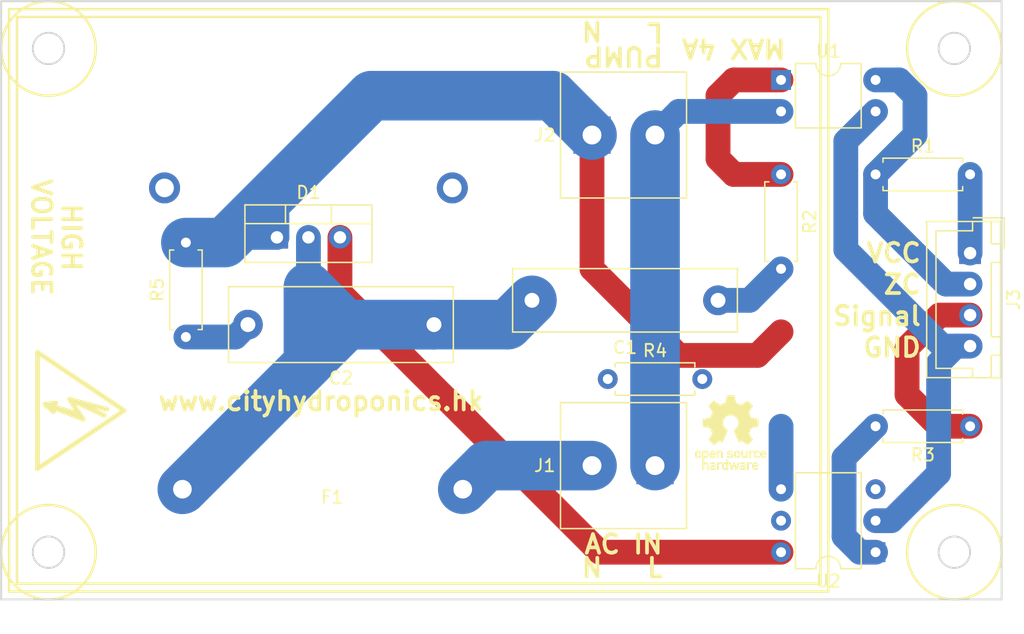
<source format=kicad_pcb>
(kicad_pcb (version 4) (host pcbnew 4.0.7-e2-6376~58~ubuntu16.04.1)

  (general
    (links 21)
    (no_connects 2)
    (area 158.039999 41.834999 238.835001 90.245001)
    (thickness 1.6)
    (drawings 33)
    (tracks 67)
    (zones 0)
    (modules 17)
    (nets 15)
  )

  (page A4)
  (layers
    (0 F.Cu signal)
    (31 B.Cu signal)
    (32 B.Adhes user)
    (33 F.Adhes user)
    (34 B.Paste user)
    (35 F.Paste user)
    (36 B.SilkS user)
    (37 F.SilkS user)
    (38 B.Mask user)
    (39 F.Mask user)
    (40 Dwgs.User user)
    (41 Cmts.User user)
    (42 Eco1.User user)
    (43 Eco2.User user)
    (44 Edge.Cuts user)
    (45 Margin user)
    (46 B.CrtYd user)
    (47 F.CrtYd user)
    (48 B.Fab user)
    (49 F.Fab user)
  )

  (setup
    (last_trace_width 1)
    (user_trace_width 1)
    (user_trace_width 2)
    (user_trace_width 3)
    (user_trace_width 4)
    (trace_clearance 0.4)
    (zone_clearance 0.508)
    (zone_45_only no)
    (trace_min 0.2)
    (segment_width 0.2)
    (edge_width 0.15)
    (via_size 0.6)
    (via_drill 0.4)
    (via_min_size 0.4)
    (via_min_drill 0.3)
    (uvia_size 0.3)
    (uvia_drill 0.1)
    (uvias_allowed no)
    (uvia_min_size 0.2)
    (uvia_min_drill 0.1)
    (pcb_text_width 0.3)
    (pcb_text_size 1.5 1.5)
    (mod_edge_width 0.15)
    (mod_text_size 1 1)
    (mod_text_width 0.15)
    (pad_size 1.524 1.524)
    (pad_drill 0.762)
    (pad_to_mask_clearance 0.2)
    (aux_axis_origin 0 0)
    (visible_elements FFFFFF7F)
    (pcbplotparams
      (layerselection 0x010f0_80000001)
      (usegerberextensions false)
      (excludeedgelayer true)
      (linewidth 0.100000)
      (plotframeref false)
      (viasonmask false)
      (mode 1)
      (useauxorigin false)
      (hpglpennumber 1)
      (hpglpenspeed 20)
      (hpglpendiameter 15)
      (hpglpenoverlay 2)
      (psnegative false)
      (psa4output false)
      (plotreference true)
      (plotvalue true)
      (plotinvisibletext false)
      (padsonsilk false)
      (subtractmaskfromsilk false)
      (outputformat 1)
      (mirror false)
      (drillshape 0)
      (scaleselection 1)
      (outputdirectory ""))
  )

  (net 0 "")
  (net 1 "Net-(C1-Pad1)")
  (net 2 "Net-(C1-Pad2)")
  (net 3 "Net-(D1-Pad1)")
  (net 4 "Net-(D1-Pad3)")
  (net 5 VCC)
  (net 6 /ZC)
  (net 7 /SIGNAL)
  (net 8 "Net-(R3-Pad2)")
  (net 9 "Net-(R4-Pad1)")
  (net 10 GND)
  (net 11 "Net-(C2-Pad2)")
  (net 12 "Net-(F1-Pad2)")
  (net 13 "Net-(J1-Pad1)")
  (net 14 "Net-(R2-Pad1)")

  (net_class Default "This is the default net class."
    (clearance 0.4)
    (trace_width 1)
    (via_dia 0.6)
    (via_drill 0.4)
    (uvia_dia 0.3)
    (uvia_drill 0.1)
    (add_net /SIGNAL)
    (add_net /ZC)
    (add_net GND)
    (add_net "Net-(C1-Pad1)")
    (add_net "Net-(C1-Pad2)")
    (add_net "Net-(C2-Pad2)")
    (add_net "Net-(D1-Pad1)")
    (add_net "Net-(D1-Pad3)")
    (add_net "Net-(F1-Pad2)")
    (add_net "Net-(J1-Pad1)")
    (add_net "Net-(R2-Pad1)")
    (add_net "Net-(R3-Pad2)")
    (add_net "Net-(R4-Pad1)")
    (add_net VCC)
  )

  (module TO_SOT_Packages_THT:TO-220-3_Vertical (layer F.Cu) (tedit 58CE52AD) (tstamp 5B1579BD)
    (at 180.34 60.96)
    (descr "TO-220-3, Vertical, RM 2.54mm")
    (tags "TO-220-3 Vertical RM 2.54mm")
    (path /5B421622)
    (fp_text reference D1 (at 2.54 -3.62) (layer F.SilkS)
      (effects (font (size 1 1) (thickness 0.15)))
    )
    (fp_text value BT136-600E (at 2.54 3.92) (layer F.Fab)
      (effects (font (size 1 1) (thickness 0.15)))
    )
    (fp_text user %R (at 2.54 -3.62) (layer F.Fab)
      (effects (font (size 1 1) (thickness 0.15)))
    )
    (fp_line (start -2.46 -2.5) (end -2.46 1.9) (layer F.Fab) (width 0.1))
    (fp_line (start -2.46 1.9) (end 7.54 1.9) (layer F.Fab) (width 0.1))
    (fp_line (start 7.54 1.9) (end 7.54 -2.5) (layer F.Fab) (width 0.1))
    (fp_line (start 7.54 -2.5) (end -2.46 -2.5) (layer F.Fab) (width 0.1))
    (fp_line (start -2.46 -1.23) (end 7.54 -1.23) (layer F.Fab) (width 0.1))
    (fp_line (start 0.69 -2.5) (end 0.69 -1.23) (layer F.Fab) (width 0.1))
    (fp_line (start 4.39 -2.5) (end 4.39 -1.23) (layer F.Fab) (width 0.1))
    (fp_line (start -2.58 -2.62) (end 7.66 -2.62) (layer F.SilkS) (width 0.12))
    (fp_line (start -2.58 2.021) (end 7.66 2.021) (layer F.SilkS) (width 0.12))
    (fp_line (start -2.58 -2.62) (end -2.58 2.021) (layer F.SilkS) (width 0.12))
    (fp_line (start 7.66 -2.62) (end 7.66 2.021) (layer F.SilkS) (width 0.12))
    (fp_line (start -2.58 -1.11) (end 7.66 -1.11) (layer F.SilkS) (width 0.12))
    (fp_line (start 0.69 -2.62) (end 0.69 -1.11) (layer F.SilkS) (width 0.12))
    (fp_line (start 4.391 -2.62) (end 4.391 -1.11) (layer F.SilkS) (width 0.12))
    (fp_line (start -2.71 -2.75) (end -2.71 2.16) (layer F.CrtYd) (width 0.05))
    (fp_line (start -2.71 2.16) (end 7.79 2.16) (layer F.CrtYd) (width 0.05))
    (fp_line (start 7.79 2.16) (end 7.79 -2.75) (layer F.CrtYd) (width 0.05))
    (fp_line (start 7.79 -2.75) (end -2.71 -2.75) (layer F.CrtYd) (width 0.05))
    (pad 1 thru_hole rect (at 0 0) (size 1.8 1.8) (drill 1) (layers *.Cu *.Mask)
      (net 3 "Net-(D1-Pad1)"))
    (pad 2 thru_hole oval (at 2.54 0) (size 1.8 1.8) (drill 1) (layers *.Cu *.Mask)
      (net 2 "Net-(C1-Pad2)"))
    (pad 3 thru_hole oval (at 5.08 0) (size 1.8 1.8) (drill 1) (layers *.Cu *.Mask)
      (net 4 "Net-(D1-Pad3)"))
    (model ${KISYS3DMOD}/TO_SOT_Packages_THT.3dshapes/TO-220-3_Vertical.wrl
      (at (xyz 0.1 0 0))
      (scale (xyz 0.393701 0.393701 0.393701))
      (rotate (xyz 0 0 0))
    )
  )

  (module Resistors_THT:R_Axial_DIN0207_L6.3mm_D2.5mm_P7.62mm_Horizontal (layer F.Cu) (tedit 5B194D1C) (tstamp 5B1579CF)
    (at 236.22 55.88 180)
    (descr "Resistor, Axial_DIN0207 series, Axial, Horizontal, pin pitch=7.62mm, 0.25W = 1/4W, length*diameter=6.3*2.5mm^2, http://cdn-reichelt.de/documents/datenblatt/B400/1_4W%23YAG.pdf")
    (tags "Resistor Axial_DIN0207 series Axial Horizontal pin pitch 7.62mm 0.25W = 1/4W length 6.3mm diameter 2.5mm")
    (path /5B1565BA)
    (fp_text reference R1 (at 3.81 2.286 180) (layer F.SilkS)
      (effects (font (size 1 1) (thickness 0.15)))
    )
    (fp_text value 10k (at 3.81 -2.032 180) (layer F.Fab)
      (effects (font (size 1 1) (thickness 0.15)))
    )
    (fp_line (start 0.66 -1.25) (end 0.66 1.25) (layer F.Fab) (width 0.1))
    (fp_line (start 0.66 1.25) (end 6.96 1.25) (layer F.Fab) (width 0.1))
    (fp_line (start 6.96 1.25) (end 6.96 -1.25) (layer F.Fab) (width 0.1))
    (fp_line (start 6.96 -1.25) (end 0.66 -1.25) (layer F.Fab) (width 0.1))
    (fp_line (start 0 0) (end 0.66 0) (layer F.Fab) (width 0.1))
    (fp_line (start 7.62 0) (end 6.96 0) (layer F.Fab) (width 0.1))
    (fp_line (start 0.6 -0.98) (end 0.6 -1.31) (layer F.SilkS) (width 0.12))
    (fp_line (start 0.6 -1.31) (end 7.02 -1.31) (layer F.SilkS) (width 0.12))
    (fp_line (start 7.02 -1.31) (end 7.02 -0.98) (layer F.SilkS) (width 0.12))
    (fp_line (start 0.6 0.98) (end 0.6 1.31) (layer F.SilkS) (width 0.12))
    (fp_line (start 0.6 1.31) (end 7.02 1.31) (layer F.SilkS) (width 0.12))
    (fp_line (start 7.02 1.31) (end 7.02 0.98) (layer F.SilkS) (width 0.12))
    (fp_line (start -1.05 -1.6) (end -1.05 1.6) (layer F.CrtYd) (width 0.05))
    (fp_line (start -1.05 1.6) (end 8.7 1.6) (layer F.CrtYd) (width 0.05))
    (fp_line (start 8.7 1.6) (end 8.7 -1.6) (layer F.CrtYd) (width 0.05))
    (fp_line (start 8.7 -1.6) (end -1.05 -1.6) (layer F.CrtYd) (width 0.05))
    (pad 1 thru_hole circle (at 0 0 180) (size 1.6 1.6) (drill 0.8) (layers *.Cu *.Mask)
      (net 5 VCC))
    (pad 2 thru_hole oval (at 7.62 0 180) (size 1.6 1.6) (drill 0.8) (layers *.Cu *.Mask)
      (net 6 /ZC))
    (model ${KISYS3DMOD}/Resistors_THT.3dshapes/R_Axial_DIN0207_L6.3mm_D2.5mm_P7.62mm_Horizontal.wrl
      (at (xyz 0 0 0))
      (scale (xyz 0.393701 0.393701 0.393701))
      (rotate (xyz 0 0 0))
    )
  )

  (module Resistors_THT:R_Axial_DIN0207_L6.3mm_D2.5mm_P7.62mm_Horizontal (layer F.Cu) (tedit 5874F706) (tstamp 5B1579D5)
    (at 220.98 55.88 270)
    (descr "Resistor, Axial_DIN0207 series, Axial, Horizontal, pin pitch=7.62mm, 0.25W = 1/4W, length*diameter=6.3*2.5mm^2, http://cdn-reichelt.de/documents/datenblatt/B400/1_4W%23YAG.pdf")
    (tags "Resistor Axial_DIN0207 series Axial Horizontal pin pitch 7.62mm 0.25W = 1/4W length 6.3mm diameter 2.5mm")
    (path /5B156431)
    (fp_text reference R2 (at 3.81 -2.31 270) (layer F.SilkS)
      (effects (font (size 1 1) (thickness 0.15)))
    )
    (fp_text value 2k2 (at 3.81 2.31 270) (layer F.Fab)
      (effects (font (size 1 1) (thickness 0.15)))
    )
    (fp_line (start 0.66 -1.25) (end 0.66 1.25) (layer F.Fab) (width 0.1))
    (fp_line (start 0.66 1.25) (end 6.96 1.25) (layer F.Fab) (width 0.1))
    (fp_line (start 6.96 1.25) (end 6.96 -1.25) (layer F.Fab) (width 0.1))
    (fp_line (start 6.96 -1.25) (end 0.66 -1.25) (layer F.Fab) (width 0.1))
    (fp_line (start 0 0) (end 0.66 0) (layer F.Fab) (width 0.1))
    (fp_line (start 7.62 0) (end 6.96 0) (layer F.Fab) (width 0.1))
    (fp_line (start 0.6 -0.98) (end 0.6 -1.31) (layer F.SilkS) (width 0.12))
    (fp_line (start 0.6 -1.31) (end 7.02 -1.31) (layer F.SilkS) (width 0.12))
    (fp_line (start 7.02 -1.31) (end 7.02 -0.98) (layer F.SilkS) (width 0.12))
    (fp_line (start 0.6 0.98) (end 0.6 1.31) (layer F.SilkS) (width 0.12))
    (fp_line (start 0.6 1.31) (end 7.02 1.31) (layer F.SilkS) (width 0.12))
    (fp_line (start 7.02 1.31) (end 7.02 0.98) (layer F.SilkS) (width 0.12))
    (fp_line (start -1.05 -1.6) (end -1.05 1.6) (layer F.CrtYd) (width 0.05))
    (fp_line (start -1.05 1.6) (end 8.7 1.6) (layer F.CrtYd) (width 0.05))
    (fp_line (start 8.7 1.6) (end 8.7 -1.6) (layer F.CrtYd) (width 0.05))
    (fp_line (start 8.7 -1.6) (end -1.05 -1.6) (layer F.CrtYd) (width 0.05))
    (pad 1 thru_hole circle (at 0 0 270) (size 1.6 1.6) (drill 0.8) (layers *.Cu *.Mask)
      (net 14 "Net-(R2-Pad1)"))
    (pad 2 thru_hole oval (at 7.62 0 270) (size 1.6 1.6) (drill 0.8) (layers *.Cu *.Mask)
      (net 1 "Net-(C1-Pad1)"))
    (model ${KISYS3DMOD}/Resistors_THT.3dshapes/R_Axial_DIN0207_L6.3mm_D2.5mm_P7.62mm_Horizontal.wrl
      (at (xyz 0 0 0))
      (scale (xyz 0.393701 0.393701 0.393701))
      (rotate (xyz 0 0 0))
    )
  )

  (module Resistors_THT:R_Axial_DIN0207_L6.3mm_D2.5mm_P7.62mm_Horizontal (layer F.Cu) (tedit 5874F706) (tstamp 5B1579DB)
    (at 236.22 76.2 180)
    (descr "Resistor, Axial_DIN0207 series, Axial, Horizontal, pin pitch=7.62mm, 0.25W = 1/4W, length*diameter=6.3*2.5mm^2, http://cdn-reichelt.de/documents/datenblatt/B400/1_4W%23YAG.pdf")
    (tags "Resistor Axial_DIN0207 series Axial Horizontal pin pitch 7.62mm 0.25W = 1/4W length 6.3mm diameter 2.5mm")
    (path /5B1572F3)
    (fp_text reference R3 (at 3.81 -2.31 180) (layer F.SilkS)
      (effects (font (size 1 1) (thickness 0.15)))
    )
    (fp_text value 470R (at 3.81 2.31 180) (layer F.Fab)
      (effects (font (size 1 1) (thickness 0.15)))
    )
    (fp_line (start 0.66 -1.25) (end 0.66 1.25) (layer F.Fab) (width 0.1))
    (fp_line (start 0.66 1.25) (end 6.96 1.25) (layer F.Fab) (width 0.1))
    (fp_line (start 6.96 1.25) (end 6.96 -1.25) (layer F.Fab) (width 0.1))
    (fp_line (start 6.96 -1.25) (end 0.66 -1.25) (layer F.Fab) (width 0.1))
    (fp_line (start 0 0) (end 0.66 0) (layer F.Fab) (width 0.1))
    (fp_line (start 7.62 0) (end 6.96 0) (layer F.Fab) (width 0.1))
    (fp_line (start 0.6 -0.98) (end 0.6 -1.31) (layer F.SilkS) (width 0.12))
    (fp_line (start 0.6 -1.31) (end 7.02 -1.31) (layer F.SilkS) (width 0.12))
    (fp_line (start 7.02 -1.31) (end 7.02 -0.98) (layer F.SilkS) (width 0.12))
    (fp_line (start 0.6 0.98) (end 0.6 1.31) (layer F.SilkS) (width 0.12))
    (fp_line (start 0.6 1.31) (end 7.02 1.31) (layer F.SilkS) (width 0.12))
    (fp_line (start 7.02 1.31) (end 7.02 0.98) (layer F.SilkS) (width 0.12))
    (fp_line (start -1.05 -1.6) (end -1.05 1.6) (layer F.CrtYd) (width 0.05))
    (fp_line (start -1.05 1.6) (end 8.7 1.6) (layer F.CrtYd) (width 0.05))
    (fp_line (start 8.7 1.6) (end 8.7 -1.6) (layer F.CrtYd) (width 0.05))
    (fp_line (start 8.7 -1.6) (end -1.05 -1.6) (layer F.CrtYd) (width 0.05))
    (pad 1 thru_hole circle (at 0 0 180) (size 1.6 1.6) (drill 0.8) (layers *.Cu *.Mask)
      (net 7 /SIGNAL))
    (pad 2 thru_hole oval (at 7.62 0 180) (size 1.6 1.6) (drill 0.8) (layers *.Cu *.Mask)
      (net 8 "Net-(R3-Pad2)"))
    (model ${KISYS3DMOD}/Resistors_THT.3dshapes/R_Axial_DIN0207_L6.3mm_D2.5mm_P7.62mm_Horizontal.wrl
      (at (xyz 0 0 0))
      (scale (xyz 0.393701 0.393701 0.393701))
      (rotate (xyz 0 0 0))
    )
  )

  (module Resistors_THT:R_Axial_DIN0207_L6.3mm_D2.5mm_P7.62mm_Horizontal (layer F.Cu) (tedit 5B1961F1) (tstamp 5B1579E1)
    (at 214.63 72.39 180)
    (descr "Resistor, Axial_DIN0207 series, Axial, Horizontal, pin pitch=7.62mm, 0.25W = 1/4W, length*diameter=6.3*2.5mm^2, http://cdn-reichelt.de/documents/datenblatt/B400/1_4W%23YAG.pdf")
    (tags "Resistor Axial_DIN0207 series Axial Horizontal pin pitch 7.62mm 0.25W = 1/4W length 6.3mm diameter 2.5mm")
    (path /5B157021)
    (fp_text reference R4 (at 3.81 2.286 180) (layer F.SilkS)
      (effects (font (size 1 1) (thickness 0.15)))
    )
    (fp_text value 220R (at 3.81 2.31 180) (layer F.Fab)
      (effects (font (size 1 1) (thickness 0.15)))
    )
    (fp_line (start 0.66 -1.25) (end 0.66 1.25) (layer F.Fab) (width 0.1))
    (fp_line (start 0.66 1.25) (end 6.96 1.25) (layer F.Fab) (width 0.1))
    (fp_line (start 6.96 1.25) (end 6.96 -1.25) (layer F.Fab) (width 0.1))
    (fp_line (start 6.96 -1.25) (end 0.66 -1.25) (layer F.Fab) (width 0.1))
    (fp_line (start 0 0) (end 0.66 0) (layer F.Fab) (width 0.1))
    (fp_line (start 7.62 0) (end 6.96 0) (layer F.Fab) (width 0.1))
    (fp_line (start 0.6 -0.98) (end 0.6 -1.31) (layer F.SilkS) (width 0.12))
    (fp_line (start 0.6 -1.31) (end 7.02 -1.31) (layer F.SilkS) (width 0.12))
    (fp_line (start 7.02 -1.31) (end 7.02 -0.98) (layer F.SilkS) (width 0.12))
    (fp_line (start 0.6 0.98) (end 0.6 1.31) (layer F.SilkS) (width 0.12))
    (fp_line (start 0.6 1.31) (end 7.02 1.31) (layer F.SilkS) (width 0.12))
    (fp_line (start 7.02 1.31) (end 7.02 0.98) (layer F.SilkS) (width 0.12))
    (fp_line (start -1.05 -1.6) (end -1.05 1.6) (layer F.CrtYd) (width 0.05))
    (fp_line (start -1.05 1.6) (end 8.7 1.6) (layer F.CrtYd) (width 0.05))
    (fp_line (start 8.7 1.6) (end 8.7 -1.6) (layer F.CrtYd) (width 0.05))
    (fp_line (start 8.7 -1.6) (end -1.05 -1.6) (layer F.CrtYd) (width 0.05))
    (pad 1 thru_hole circle (at 0 0 180) (size 1.6 1.6) (drill 0.8) (layers *.Cu *.Mask)
      (net 9 "Net-(R4-Pad1)"))
    (pad 2 thru_hole oval (at 7.62 0 180) (size 1.6 1.6) (drill 0.8) (layers *.Cu *.Mask)
      (net 2 "Net-(C1-Pad2)"))
    (model ${KISYS3DMOD}/Resistors_THT.3dshapes/R_Axial_DIN0207_L6.3mm_D2.5mm_P7.62mm_Horizontal.wrl
      (at (xyz 0 0 0))
      (scale (xyz 0.393701 0.393701 0.393701))
      (rotate (xyz 0 0 0))
    )
  )

  (module Housings_DIP:DIP-4_W7.62mm (layer F.Cu) (tedit 59C78D6B) (tstamp 5B1579E9)
    (at 220.98 48.26)
    (descr "4-lead though-hole mounted DIP package, row spacing 7.62 mm (300 mils)")
    (tags "THT DIP DIL PDIP 2.54mm 7.62mm 300mil")
    (path /5B1564FE)
    (fp_text reference U1 (at 3.81 -2.33) (layer F.SilkS)
      (effects (font (size 1 1) (thickness 0.15)))
    )
    (fp_text value H11AA1 (at 3.81 4.87) (layer F.Fab)
      (effects (font (size 1 1) (thickness 0.15)))
    )
    (fp_arc (start 3.81 -1.33) (end 2.81 -1.33) (angle -180) (layer F.SilkS) (width 0.12))
    (fp_line (start 1.635 -1.27) (end 6.985 -1.27) (layer F.Fab) (width 0.1))
    (fp_line (start 6.985 -1.27) (end 6.985 3.81) (layer F.Fab) (width 0.1))
    (fp_line (start 6.985 3.81) (end 0.635 3.81) (layer F.Fab) (width 0.1))
    (fp_line (start 0.635 3.81) (end 0.635 -0.27) (layer F.Fab) (width 0.1))
    (fp_line (start 0.635 -0.27) (end 1.635 -1.27) (layer F.Fab) (width 0.1))
    (fp_line (start 2.81 -1.33) (end 1.16 -1.33) (layer F.SilkS) (width 0.12))
    (fp_line (start 1.16 -1.33) (end 1.16 3.87) (layer F.SilkS) (width 0.12))
    (fp_line (start 1.16 3.87) (end 6.46 3.87) (layer F.SilkS) (width 0.12))
    (fp_line (start 6.46 3.87) (end 6.46 -1.33) (layer F.SilkS) (width 0.12))
    (fp_line (start 6.46 -1.33) (end 4.81 -1.33) (layer F.SilkS) (width 0.12))
    (fp_line (start -1.1 -1.55) (end -1.1 4.1) (layer F.CrtYd) (width 0.05))
    (fp_line (start -1.1 4.1) (end 8.7 4.1) (layer F.CrtYd) (width 0.05))
    (fp_line (start 8.7 4.1) (end 8.7 -1.55) (layer F.CrtYd) (width 0.05))
    (fp_line (start 8.7 -1.55) (end -1.1 -1.55) (layer F.CrtYd) (width 0.05))
    (fp_text user %R (at 3.81 1.27) (layer F.Fab)
      (effects (font (size 1 1) (thickness 0.15)))
    )
    (pad 1 thru_hole rect (at 0 0) (size 1.6 1.6) (drill 0.8) (layers *.Cu *.Mask)
      (net 14 "Net-(R2-Pad1)"))
    (pad 3 thru_hole oval (at 7.62 2.54) (size 1.6 1.6) (drill 0.8) (layers *.Cu *.Mask)
      (net 10 GND))
    (pad 2 thru_hole oval (at 0 2.54) (size 1.6 1.6) (drill 0.8) (layers *.Cu *.Mask)
      (net 13 "Net-(J1-Pad1)"))
    (pad 4 thru_hole oval (at 7.62 0) (size 1.6 1.6) (drill 0.8) (layers *.Cu *.Mask)
      (net 6 /ZC))
    (model ${KISYS3DMOD}/Housings_DIP.3dshapes/DIP-4_W7.62mm.wrl
      (at (xyz 0 0 0))
      (scale (xyz 1 1 1))
      (rotate (xyz 0 0 0))
    )
  )

  (module Housings_DIP:DIP-6_W7.62mm (layer F.Cu) (tedit 59C78D6B) (tstamp 5B1579F3)
    (at 228.6 86.36 180)
    (descr "6-lead though-hole mounted DIP package, row spacing 7.62 mm (300 mils)")
    (tags "THT DIP DIL PDIP 2.54mm 7.62mm 300mil")
    (path /5B156E6B)
    (fp_text reference U2 (at 3.81 -2.33 180) (layer F.SilkS)
      (effects (font (size 1 1) (thickness 0.15)))
    )
    (fp_text value MOC3010M (at 3.81 7.41 180) (layer F.Fab)
      (effects (font (size 1 1) (thickness 0.15)))
    )
    (fp_arc (start 3.81 -1.33) (end 2.81 -1.33) (angle -180) (layer F.SilkS) (width 0.12))
    (fp_line (start 1.635 -1.27) (end 6.985 -1.27) (layer F.Fab) (width 0.1))
    (fp_line (start 6.985 -1.27) (end 6.985 6.35) (layer F.Fab) (width 0.1))
    (fp_line (start 6.985 6.35) (end 0.635 6.35) (layer F.Fab) (width 0.1))
    (fp_line (start 0.635 6.35) (end 0.635 -0.27) (layer F.Fab) (width 0.1))
    (fp_line (start 0.635 -0.27) (end 1.635 -1.27) (layer F.Fab) (width 0.1))
    (fp_line (start 2.81 -1.33) (end 1.16 -1.33) (layer F.SilkS) (width 0.12))
    (fp_line (start 1.16 -1.33) (end 1.16 6.41) (layer F.SilkS) (width 0.12))
    (fp_line (start 1.16 6.41) (end 6.46 6.41) (layer F.SilkS) (width 0.12))
    (fp_line (start 6.46 6.41) (end 6.46 -1.33) (layer F.SilkS) (width 0.12))
    (fp_line (start 6.46 -1.33) (end 4.81 -1.33) (layer F.SilkS) (width 0.12))
    (fp_line (start -1.1 -1.55) (end -1.1 6.6) (layer F.CrtYd) (width 0.05))
    (fp_line (start -1.1 6.6) (end 8.7 6.6) (layer F.CrtYd) (width 0.05))
    (fp_line (start 8.7 6.6) (end 8.7 -1.55) (layer F.CrtYd) (width 0.05))
    (fp_line (start 8.7 -1.55) (end -1.1 -1.55) (layer F.CrtYd) (width 0.05))
    (fp_text user %R (at 3.81 2.54 180) (layer F.Fab)
      (effects (font (size 1 1) (thickness 0.15)))
    )
    (pad 1 thru_hole rect (at 0 0 180) (size 1.6 1.6) (drill 0.8) (layers *.Cu *.Mask)
      (net 8 "Net-(R3-Pad2)"))
    (pad 4 thru_hole oval (at 7.62 5.08 180) (size 1.6 1.6) (drill 0.8) (layers *.Cu *.Mask)
      (net 9 "Net-(R4-Pad1)"))
    (pad 2 thru_hole oval (at 0 2.54 180) (size 1.6 1.6) (drill 0.8) (layers *.Cu *.Mask)
      (net 10 GND))
    (pad 5 thru_hole oval (at 7.62 2.54 180) (size 1.6 1.6) (drill 0.8) (layers *.Cu *.Mask))
    (pad 3 thru_hole oval (at 0 5.08 180) (size 1.6 1.6) (drill 0.8) (layers *.Cu *.Mask))
    (pad 6 thru_hole oval (at 7.62 0 180) (size 1.6 1.6) (drill 0.8) (layers *.Cu *.Mask)
      (net 4 "Net-(D1-Pad3)"))
    (model ${KISYS3DMOD}/Housings_DIP.3dshapes/DIP-6_W7.62mm.wrl
      (at (xyz 0 0 0))
      (scale (xyz 1 1 1))
      (rotate (xyz 0 0 0))
    )
  )

  (module Connectors_JST:JST_XH_B04B-XH-A_04x2.50mm_Straight (layer F.Cu) (tedit 58EAE7F0) (tstamp 5B157A90)
    (at 236.22 62.23 270)
    (descr "JST XH series connector, B04B-XH-A, top entry type, through hole")
    (tags "connector jst xh tht top vertical 2.50mm")
    (path /5B1580BF)
    (fp_text reference J3 (at 3.75 -3.5 270) (layer F.SilkS)
      (effects (font (size 1 1) (thickness 0.15)))
    )
    (fp_text value OUTPUT (at 3.75 4.5 270) (layer F.Fab)
      (effects (font (size 1 1) (thickness 0.15)))
    )
    (fp_line (start -2.45 -2.35) (end -2.45 3.4) (layer F.Fab) (width 0.1))
    (fp_line (start -2.45 3.4) (end 9.95 3.4) (layer F.Fab) (width 0.1))
    (fp_line (start 9.95 3.4) (end 9.95 -2.35) (layer F.Fab) (width 0.1))
    (fp_line (start 9.95 -2.35) (end -2.45 -2.35) (layer F.Fab) (width 0.1))
    (fp_line (start -2.95 -2.85) (end -2.95 3.9) (layer F.CrtYd) (width 0.05))
    (fp_line (start -2.95 3.9) (end 10.45 3.9) (layer F.CrtYd) (width 0.05))
    (fp_line (start 10.45 3.9) (end 10.45 -2.85) (layer F.CrtYd) (width 0.05))
    (fp_line (start 10.45 -2.85) (end -2.95 -2.85) (layer F.CrtYd) (width 0.05))
    (fp_line (start -2.55 -2.45) (end -2.55 3.5) (layer F.SilkS) (width 0.12))
    (fp_line (start -2.55 3.5) (end 10.05 3.5) (layer F.SilkS) (width 0.12))
    (fp_line (start 10.05 3.5) (end 10.05 -2.45) (layer F.SilkS) (width 0.12))
    (fp_line (start 10.05 -2.45) (end -2.55 -2.45) (layer F.SilkS) (width 0.12))
    (fp_line (start 0.75 -2.45) (end 0.75 -1.7) (layer F.SilkS) (width 0.12))
    (fp_line (start 0.75 -1.7) (end 6.75 -1.7) (layer F.SilkS) (width 0.12))
    (fp_line (start 6.75 -1.7) (end 6.75 -2.45) (layer F.SilkS) (width 0.12))
    (fp_line (start 6.75 -2.45) (end 0.75 -2.45) (layer F.SilkS) (width 0.12))
    (fp_line (start -2.55 -2.45) (end -2.55 -1.7) (layer F.SilkS) (width 0.12))
    (fp_line (start -2.55 -1.7) (end -0.75 -1.7) (layer F.SilkS) (width 0.12))
    (fp_line (start -0.75 -1.7) (end -0.75 -2.45) (layer F.SilkS) (width 0.12))
    (fp_line (start -0.75 -2.45) (end -2.55 -2.45) (layer F.SilkS) (width 0.12))
    (fp_line (start 8.25 -2.45) (end 8.25 -1.7) (layer F.SilkS) (width 0.12))
    (fp_line (start 8.25 -1.7) (end 10.05 -1.7) (layer F.SilkS) (width 0.12))
    (fp_line (start 10.05 -1.7) (end 10.05 -2.45) (layer F.SilkS) (width 0.12))
    (fp_line (start 10.05 -2.45) (end 8.25 -2.45) (layer F.SilkS) (width 0.12))
    (fp_line (start -2.55 -0.2) (end -1.8 -0.2) (layer F.SilkS) (width 0.12))
    (fp_line (start -1.8 -0.2) (end -1.8 2.75) (layer F.SilkS) (width 0.12))
    (fp_line (start -1.8 2.75) (end 3.75 2.75) (layer F.SilkS) (width 0.12))
    (fp_line (start 10.05 -0.2) (end 9.3 -0.2) (layer F.SilkS) (width 0.12))
    (fp_line (start 9.3 -0.2) (end 9.3 2.75) (layer F.SilkS) (width 0.12))
    (fp_line (start 9.3 2.75) (end 3.75 2.75) (layer F.SilkS) (width 0.12))
    (fp_line (start -0.35 -2.75) (end -2.85 -2.75) (layer F.SilkS) (width 0.12))
    (fp_line (start -2.85 -2.75) (end -2.85 -0.25) (layer F.SilkS) (width 0.12))
    (fp_line (start -0.35 -2.75) (end -2.85 -2.75) (layer F.Fab) (width 0.1))
    (fp_line (start -2.85 -2.75) (end -2.85 -0.25) (layer F.Fab) (width 0.1))
    (fp_text user %R (at 3.75 2.5 270) (layer F.Fab)
      (effects (font (size 1 1) (thickness 0.15)))
    )
    (pad 1 thru_hole rect (at 0 0 270) (size 1.75 1.75) (drill 1) (layers *.Cu *.Mask)
      (net 5 VCC))
    (pad 2 thru_hole circle (at 2.5 0 270) (size 1.75 1.75) (drill 1) (layers *.Cu *.Mask)
      (net 6 /ZC))
    (pad 3 thru_hole circle (at 5 0 270) (size 1.75 1.75) (drill 1) (layers *.Cu *.Mask)
      (net 7 /SIGNAL))
    (pad 4 thru_hole circle (at 7.5 0 270) (size 1.75 1.75) (drill 1) (layers *.Cu *.Mask)
      (net 10 GND))
    (model Connectors_JST.3dshapes/JST_XH_B04B-XH-A_04x2.50mm_Straight.wrl
      (at (xyz 0 0 0))
      (scale (xyz 1 1 1))
      (rotate (xyz 0 0 0))
    )
  )

  (module Resistors_THT:R_Axial_DIN0207_L6.3mm_D2.5mm_P7.62mm_Horizontal (layer F.Cu) (tedit 5874F706) (tstamp 5B1946DB)
    (at 173 69 90)
    (descr "Resistor, Axial_DIN0207 series, Axial, Horizontal, pin pitch=7.62mm, 0.25W = 1/4W, length*diameter=6.3*2.5mm^2, http://cdn-reichelt.de/documents/datenblatt/B400/1_4W%23YAG.pdf")
    (tags "Resistor Axial_DIN0207 series Axial Horizontal pin pitch 7.62mm 0.25W = 1/4W length 6.3mm diameter 2.5mm")
    (path /5B196E96)
    (fp_text reference R5 (at 3.81 -2.31 90) (layer F.SilkS)
      (effects (font (size 1 1) (thickness 0.15)))
    )
    (fp_text value 47R (at 3.81 2.31 90) (layer F.Fab)
      (effects (font (size 1 1) (thickness 0.15)))
    )
    (fp_line (start 0.66 -1.25) (end 0.66 1.25) (layer F.Fab) (width 0.1))
    (fp_line (start 0.66 1.25) (end 6.96 1.25) (layer F.Fab) (width 0.1))
    (fp_line (start 6.96 1.25) (end 6.96 -1.25) (layer F.Fab) (width 0.1))
    (fp_line (start 6.96 -1.25) (end 0.66 -1.25) (layer F.Fab) (width 0.1))
    (fp_line (start 0 0) (end 0.66 0) (layer F.Fab) (width 0.1))
    (fp_line (start 7.62 0) (end 6.96 0) (layer F.Fab) (width 0.1))
    (fp_line (start 0.6 -0.98) (end 0.6 -1.31) (layer F.SilkS) (width 0.12))
    (fp_line (start 0.6 -1.31) (end 7.02 -1.31) (layer F.SilkS) (width 0.12))
    (fp_line (start 7.02 -1.31) (end 7.02 -0.98) (layer F.SilkS) (width 0.12))
    (fp_line (start 0.6 0.98) (end 0.6 1.31) (layer F.SilkS) (width 0.12))
    (fp_line (start 0.6 1.31) (end 7.02 1.31) (layer F.SilkS) (width 0.12))
    (fp_line (start 7.02 1.31) (end 7.02 0.98) (layer F.SilkS) (width 0.12))
    (fp_line (start -1.05 -1.6) (end -1.05 1.6) (layer F.CrtYd) (width 0.05))
    (fp_line (start -1.05 1.6) (end 8.7 1.6) (layer F.CrtYd) (width 0.05))
    (fp_line (start 8.7 1.6) (end 8.7 -1.6) (layer F.CrtYd) (width 0.05))
    (fp_line (start 8.7 -1.6) (end -1.05 -1.6) (layer F.CrtYd) (width 0.05))
    (pad 1 thru_hole circle (at 0 0 90) (size 1.6 1.6) (drill 0.8) (layers *.Cu *.Mask)
      (net 11 "Net-(C2-Pad2)"))
    (pad 2 thru_hole oval (at 7.62 0 90) (size 1.6 1.6) (drill 0.8) (layers *.Cu *.Mask)
      (net 3 "Net-(D1-Pad1)"))
    (model ${KISYS3DMOD}/Resistors_THT.3dshapes/R_Axial_DIN0207_L6.3mm_D2.5mm_P7.62mm_Horizontal.wrl
      (at (xyz 0 0 0))
      (scale (xyz 0.393701 0.393701 0.393701))
      (rotate (xyz 0 0 0))
    )
  )

  (module images:Symbol_HighVoltage_Type2_CopperTop_VerySmall (layer F.Cu) (tedit 5B267880) (tstamp 5B212223)
    (at 163.83 74.93 270)
    (descr "Symbol, High Voltage, Type 2, Copper Top, Very Small,")
    (tags "Symbol, High Voltage, Type 2, Copper Top, Very Small,")
    (fp_text reference REF** (at -0.127 -5.715 270) (layer F.SilkS) hide
      (effects (font (size 1 1) (thickness 0.15)))
    )
    (fp_text value Symbol_HighVoltage_Type2_CopperTop_VerySmall (at -0.381 4.572 270) (layer F.Fab)
      (effects (font (size 1 1) (thickness 0.15)))
    )
    (fp_line (start -0.49784 2.19964) (end 0.70104 -0.89916) (layer F.SilkS) (width 0.381))
    (fp_line (start 0.70104 -0.89916) (end 0.1016 -0.50038) (layer F.SilkS) (width 0.381))
    (fp_line (start -0.89916 0.20066) (end 0.40132 -2.60096) (layer F.SilkS) (width 0.381))
    (fp_line (start -0.49784 2.19964) (end 0.1016 1.50114) (layer F.SilkS) (width 0.381))
    (fp_line (start -0.09906 -2.79908) (end -0.89916 0.20066) (layer F.SilkS) (width 0.381))
    (fp_line (start -0.89916 0.20066) (end 0.29972 -0.59944) (layer F.SilkS) (width 0.381))
    (fp_line (start 0.29972 -0.59944) (end -0.49784 2.19964) (layer F.SilkS) (width 0.381))
    (fp_line (start -0.49784 2.19964) (end -0.59944 1.30048) (layer F.SilkS) (width 0.381))
    (fp_line (start 0 -4.191) (end 4.699 2.794) (layer F.SilkS) (width 0.381))
    (fp_line (start 4.699 2.794) (end -4.699 2.794) (layer F.SilkS) (width 0.381))
    (fp_line (start -4.699 2.794) (end 0 -4.191) (layer F.SilkS) (width 0.381))
  )

  (module Symbols:OSHW-Logo_5.7x6mm_SilkScreen (layer F.Cu) (tedit 0) (tstamp 5B267414)
    (at 216.916 76.708)
    (descr "Open Source Hardware Logo")
    (tags "Logo OSHW")
    (attr virtual)
    (fp_text reference REF*** (at 0 0) (layer F.SilkS) hide
      (effects (font (size 1 1) (thickness 0.15)))
    )
    (fp_text value OSHW-Logo_5.7x6mm_SilkScreen (at 0.75 0) (layer F.Fab) hide
      (effects (font (size 1 1) (thickness 0.15)))
    )
    (fp_poly (pts (xy -1.908759 1.469184) (xy -1.882247 1.482282) (xy -1.849553 1.505106) (xy -1.825725 1.529996)
      (xy -1.809406 1.561249) (xy -1.79924 1.603166) (xy -1.793872 1.660044) (xy -1.791944 1.736184)
      (xy -1.791831 1.768917) (xy -1.792161 1.840656) (xy -1.793527 1.891927) (xy -1.7965 1.927404)
      (xy -1.801649 1.951763) (xy -1.809543 1.96968) (xy -1.817757 1.981902) (xy -1.870187 2.033905)
      (xy -1.93193 2.065184) (xy -1.998536 2.074592) (xy -2.065558 2.06098) (xy -2.086792 2.051354)
      (xy -2.137624 2.024859) (xy -2.137624 2.440052) (xy -2.100525 2.420868) (xy -2.051643 2.406025)
      (xy -1.991561 2.402222) (xy -1.931564 2.409243) (xy -1.886256 2.425013) (xy -1.848675 2.455047)
      (xy -1.816564 2.498024) (xy -1.81415 2.502436) (xy -1.803967 2.523221) (xy -1.79653 2.54417)
      (xy -1.791411 2.569548) (xy -1.788181 2.603618) (xy -1.786413 2.650641) (xy -1.785677 2.714882)
      (xy -1.785544 2.787176) (xy -1.785544 3.017822) (xy -1.923861 3.017822) (xy -1.923861 2.592533)
      (xy -1.962549 2.559979) (xy -2.002738 2.53394) (xy -2.040797 2.529205) (xy -2.079066 2.541389)
      (xy -2.099462 2.55332) (xy -2.114642 2.570313) (xy -2.125438 2.595995) (xy -2.132683 2.633991)
      (xy -2.137208 2.687926) (xy -2.139844 2.761425) (xy -2.140772 2.810347) (xy -2.143911 3.011535)
      (xy -2.209926 3.015336) (xy -2.27594 3.019136) (xy -2.27594 1.77065) (xy -2.137624 1.77065)
      (xy -2.134097 1.840254) (xy -2.122215 1.888569) (xy -2.10002 1.918631) (xy -2.065559 1.933471)
      (xy -2.030742 1.936436) (xy -1.991329 1.933028) (xy -1.965171 1.919617) (xy -1.948814 1.901896)
      (xy -1.935937 1.882835) (xy -1.928272 1.861601) (xy -1.924861 1.831849) (xy -1.924749 1.787236)
      (xy -1.925897 1.74988) (xy -1.928532 1.693604) (xy -1.932456 1.656658) (xy -1.939063 1.633223)
      (xy -1.949749 1.61748) (xy -1.959833 1.60838) (xy -2.00197 1.588537) (xy -2.05184 1.585332)
      (xy -2.080476 1.592168) (xy -2.108828 1.616464) (xy -2.127609 1.663728) (xy -2.136712 1.733624)
      (xy -2.137624 1.77065) (xy -2.27594 1.77065) (xy -2.27594 1.458614) (xy -2.206782 1.458614)
      (xy -2.16526 1.460256) (xy -2.143838 1.466087) (xy -2.137626 1.477461) (xy -2.137624 1.477798)
      (xy -2.134742 1.488938) (xy -2.12203 1.487673) (xy -2.096757 1.475433) (xy -2.037869 1.456707)
      (xy -1.971615 1.454739) (xy -1.908759 1.469184)) (layer F.SilkS) (width 0.01))
    (fp_poly (pts (xy -1.38421 2.406555) (xy -1.325055 2.422339) (xy -1.280023 2.450948) (xy -1.248246 2.488419)
      (xy -1.238366 2.504411) (xy -1.231073 2.521163) (xy -1.225974 2.542592) (xy -1.222679 2.572616)
      (xy -1.220797 2.615154) (xy -1.219937 2.674122) (xy -1.219707 2.75344) (xy -1.219703 2.774484)
      (xy -1.219703 3.017822) (xy -1.280059 3.017822) (xy -1.318557 3.015126) (xy -1.347023 3.008295)
      (xy -1.354155 3.004083) (xy -1.373652 2.996813) (xy -1.393566 3.004083) (xy -1.426353 3.01316)
      (xy -1.473978 3.016813) (xy -1.526764 3.015228) (xy -1.575036 3.008589) (xy -1.603218 3.000072)
      (xy -1.657753 2.965063) (xy -1.691835 2.916479) (xy -1.707157 2.851882) (xy -1.707299 2.850223)
      (xy -1.705955 2.821566) (xy -1.584356 2.821566) (xy -1.573726 2.854161) (xy -1.55641 2.872505)
      (xy -1.521652 2.886379) (xy -1.475773 2.891917) (xy -1.428988 2.889191) (xy -1.391514 2.878274)
      (xy -1.381015 2.871269) (xy -1.362668 2.838904) (xy -1.35802 2.802111) (xy -1.35802 2.753763)
      (xy -1.427582 2.753763) (xy -1.493667 2.75885) (xy -1.543764 2.773263) (xy -1.574929 2.795729)
      (xy -1.584356 2.821566) (xy -1.705955 2.821566) (xy -1.703987 2.779647) (xy -1.68071 2.723845)
      (xy -1.636948 2.681647) (xy -1.630899 2.677808) (xy -1.604907 2.665309) (xy -1.572735 2.65774)
      (xy -1.52776 2.654061) (xy -1.474331 2.653216) (xy -1.35802 2.653169) (xy -1.35802 2.604411)
      (xy -1.362953 2.566581) (xy -1.375543 2.541236) (xy -1.377017 2.539887) (xy -1.405034 2.5288)
      (xy -1.447326 2.524503) (xy -1.494064 2.526615) (xy -1.535418 2.534756) (xy -1.559957 2.546965)
      (xy -1.573253 2.556746) (xy -1.587294 2.558613) (xy -1.606671 2.5506) (xy -1.635976 2.530739)
      (xy -1.679803 2.497063) (xy -1.683825 2.493909) (xy -1.681764 2.482236) (xy -1.664568 2.462822)
      (xy -1.638433 2.441248) (xy -1.609552 2.423096) (xy -1.600478 2.418809) (xy -1.56738 2.410256)
      (xy -1.51888 2.404155) (xy -1.464695 2.401708) (xy -1.462161 2.401703) (xy -1.38421 2.406555)) (layer F.SilkS) (width 0.01))
    (fp_poly (pts (xy -0.993356 2.40302) (xy -0.974539 2.40866) (xy -0.968473 2.421053) (xy -0.968218 2.426647)
      (xy -0.967129 2.44223) (xy -0.959632 2.444676) (xy -0.939381 2.433993) (xy -0.927351 2.426694)
      (xy -0.8894 2.411063) (xy -0.844072 2.403334) (xy -0.796544 2.40274) (xy -0.751995 2.408513)
      (xy -0.715602 2.419884) (xy -0.692543 2.436088) (xy -0.687996 2.456355) (xy -0.690291 2.461843)
      (xy -0.70702 2.484626) (xy -0.732963 2.512647) (xy -0.737655 2.517177) (xy -0.762383 2.538005)
      (xy -0.783718 2.544735) (xy -0.813555 2.540038) (xy -0.825508 2.536917) (xy -0.862705 2.529421)
      (xy -0.888859 2.532792) (xy -0.910946 2.544681) (xy -0.931178 2.560635) (xy -0.946079 2.5807)
      (xy -0.956434 2.608702) (xy -0.963029 2.648467) (xy -0.966649 2.703823) (xy -0.968078 2.778594)
      (xy -0.968218 2.82374) (xy -0.968218 3.017822) (xy -1.09396 3.017822) (xy -1.09396 2.401683)
      (xy -1.031089 2.401683) (xy -0.993356 2.40302)) (layer F.SilkS) (width 0.01))
    (fp_poly (pts (xy -0.201188 3.017822) (xy -0.270346 3.017822) (xy -0.310488 3.016645) (xy -0.331394 3.011772)
      (xy -0.338922 3.001186) (xy -0.339505 2.994029) (xy -0.340774 2.979676) (xy -0.348779 2.976923)
      (xy -0.369815 2.985771) (xy -0.386173 2.994029) (xy -0.448977 3.013597) (xy -0.517248 3.014729)
      (xy -0.572752 3.000135) (xy -0.624438 2.964877) (xy -0.663838 2.912835) (xy -0.685413 2.85145)
      (xy -0.685962 2.848018) (xy -0.689167 2.810571) (xy -0.690761 2.756813) (xy -0.690633 2.716155)
      (xy -0.553279 2.716155) (xy -0.550097 2.770194) (xy -0.542859 2.814735) (xy -0.53306 2.839888)
      (xy -0.495989 2.87426) (xy -0.451974 2.886582) (xy -0.406584 2.876618) (xy -0.367797 2.846895)
      (xy -0.353108 2.826905) (xy -0.344519 2.80305) (xy -0.340496 2.76823) (xy -0.339505 2.71593)
      (xy -0.341278 2.664139) (xy -0.345963 2.618634) (xy -0.352603 2.588181) (xy -0.35371 2.585452)
      (xy -0.380491 2.553) (xy -0.419579 2.535183) (xy -0.463315 2.532306) (xy -0.504038 2.544674)
      (xy -0.534087 2.572593) (xy -0.537204 2.578148) (xy -0.546961 2.612022) (xy -0.552277 2.660728)
      (xy -0.553279 2.716155) (xy -0.690633 2.716155) (xy -0.690568 2.69554) (xy -0.689664 2.662563)
      (xy -0.683514 2.580981) (xy -0.670733 2.51973) (xy -0.649471 2.474449) (xy -0.617878 2.440779)
      (xy -0.587207 2.421014) (xy -0.544354 2.40712) (xy -0.491056 2.402354) (xy -0.43648 2.406236)
      (xy -0.389792 2.418282) (xy -0.365124 2.432693) (xy -0.339505 2.455878) (xy -0.339505 2.162773)
      (xy -0.201188 2.162773) (xy -0.201188 3.017822)) (layer F.SilkS) (width 0.01))
    (fp_poly (pts (xy 0.281524 2.404237) (xy 0.331255 2.407971) (xy 0.461291 2.797773) (xy 0.481678 2.728614)
      (xy 0.493946 2.685874) (xy 0.510085 2.628115) (xy 0.527512 2.564625) (xy 0.536726 2.53057)
      (xy 0.571388 2.401683) (xy 0.714391 2.401683) (xy 0.671646 2.536857) (xy 0.650596 2.603342)
      (xy 0.625167 2.683539) (xy 0.59861 2.767193) (xy 0.574902 2.841782) (xy 0.520902 3.011535)
      (xy 0.462598 3.015328) (xy 0.404295 3.019122) (xy 0.372679 2.914734) (xy 0.353182 2.849889)
      (xy 0.331904 2.7784) (xy 0.313308 2.715263) (xy 0.312574 2.71275) (xy 0.298684 2.669969)
      (xy 0.286429 2.640779) (xy 0.277846 2.629741) (xy 0.276082 2.631018) (xy 0.269891 2.64813)
      (xy 0.258128 2.684787) (xy 0.242225 2.736378) (xy 0.223614 2.798294) (xy 0.213543 2.832352)
      (xy 0.159007 3.017822) (xy 0.043264 3.017822) (xy -0.049263 2.725471) (xy -0.075256 2.643462)
      (xy -0.098934 2.568987) (xy -0.11918 2.505544) (xy -0.134874 2.456632) (xy -0.144898 2.425749)
      (xy -0.147945 2.416726) (xy -0.145533 2.407487) (xy -0.126592 2.403441) (xy -0.087177 2.403846)
      (xy -0.081007 2.404152) (xy -0.007914 2.407971) (xy 0.039957 2.58401) (xy 0.057553 2.648211)
      (xy 0.073277 2.704649) (xy 0.085746 2.748422) (xy 0.093574 2.77463) (xy 0.09502 2.778903)
      (xy 0.101014 2.77399) (xy 0.113101 2.748532) (xy 0.129893 2.705997) (xy 0.150003 2.64985)
      (xy 0.167003 2.59913) (xy 0.231794 2.400504) (xy 0.281524 2.404237)) (layer F.SilkS) (width 0.01))
    (fp_poly (pts (xy 1.038411 2.405417) (xy 1.091411 2.41829) (xy 1.106731 2.42511) (xy 1.136428 2.442974)
      (xy 1.15922 2.463093) (xy 1.176083 2.488962) (xy 1.187998 2.524073) (xy 1.195942 2.57192)
      (xy 1.200894 2.635996) (xy 1.203831 2.719794) (xy 1.204947 2.775768) (xy 1.209052 3.017822)
      (xy 1.138932 3.017822) (xy 1.096393 3.016038) (xy 1.074476 3.009942) (xy 1.068812 2.999706)
      (xy 1.065821 2.988637) (xy 1.052451 2.990754) (xy 1.034233 2.999629) (xy 0.988624 3.013233)
      (xy 0.930007 3.016899) (xy 0.868354 3.010903) (xy 0.813638 2.995521) (xy 0.80873 2.993386)
      (xy 0.758723 2.958255) (xy 0.725756 2.909419) (xy 0.710587 2.852333) (xy 0.711746 2.831824)
      (xy 0.835508 2.831824) (xy 0.846413 2.859425) (xy 0.878745 2.879204) (xy 0.93091 2.889819)
      (xy 0.958787 2.891228) (xy 1.005247 2.88762) (xy 1.036129 2.873597) (xy 1.043664 2.866931)
      (xy 1.064076 2.830666) (xy 1.068812 2.797773) (xy 1.068812 2.753763) (xy 1.007513 2.753763)
      (xy 0.936256 2.757395) (xy 0.886276 2.768818) (xy 0.854696 2.788824) (xy 0.847626 2.797743)
      (xy 0.835508 2.831824) (xy 0.711746 2.831824) (xy 0.713971 2.792456) (xy 0.736663 2.735244)
      (xy 0.767624 2.69658) (xy 0.786376 2.679864) (xy 0.804733 2.668878) (xy 0.828619 2.66218)
      (xy 0.863957 2.658326) (xy 0.916669 2.655873) (xy 0.937577 2.655168) (xy 1.068812 2.650879)
      (xy 1.06862 2.611158) (xy 1.063537 2.569405) (xy 1.045162 2.544158) (xy 1.008039 2.52803)
      (xy 1.007043 2.527742) (xy 0.95441 2.5214) (xy 0.902906 2.529684) (xy 0.86463 2.549827)
      (xy 0.849272 2.559773) (xy 0.83273 2.558397) (xy 0.807275 2.543987) (xy 0.792328 2.533817)
      (xy 0.763091 2.512088) (xy 0.74498 2.4958) (xy 0.742074 2.491137) (xy 0.75404 2.467005)
      (xy 0.789396 2.438185) (xy 0.804753 2.428461) (xy 0.848901 2.411714) (xy 0.908398 2.402227)
      (xy 0.974487 2.400095) (xy 1.038411 2.405417)) (layer F.SilkS) (width 0.01))
    (fp_poly (pts (xy 1.635255 2.401486) (xy 1.683595 2.411015) (xy 1.711114 2.425125) (xy 1.740064 2.448568)
      (xy 1.698876 2.500571) (xy 1.673482 2.532064) (xy 1.656238 2.547428) (xy 1.639102 2.549776)
      (xy 1.614027 2.542217) (xy 1.602257 2.537941) (xy 1.55427 2.531631) (xy 1.510324 2.545156)
      (xy 1.47806 2.57571) (xy 1.472819 2.585452) (xy 1.467112 2.611258) (xy 1.462706 2.658817)
      (xy 1.459811 2.724758) (xy 1.458631 2.80571) (xy 1.458614 2.817226) (xy 1.458614 3.017822)
      (xy 1.320297 3.017822) (xy 1.320297 2.401683) (xy 1.389456 2.401683) (xy 1.429333 2.402725)
      (xy 1.450107 2.407358) (xy 1.457789 2.417849) (xy 1.458614 2.427745) (xy 1.458614 2.453806)
      (xy 1.491745 2.427745) (xy 1.529735 2.409965) (xy 1.58077 2.401174) (xy 1.635255 2.401486)) (layer F.SilkS) (width 0.01))
    (fp_poly (pts (xy 2.032581 2.40497) (xy 2.092685 2.420597) (xy 2.143021 2.452848) (xy 2.167393 2.47694)
      (xy 2.207345 2.533895) (xy 2.230242 2.599965) (xy 2.238108 2.681182) (xy 2.238148 2.687748)
      (xy 2.238218 2.753763) (xy 1.858264 2.753763) (xy 1.866363 2.788342) (xy 1.880987 2.819659)
      (xy 1.906581 2.852291) (xy 1.911935 2.8575) (xy 1.957943 2.885694) (xy 2.01041 2.890475)
      (xy 2.070803 2.871926) (xy 2.08104 2.866931) (xy 2.112439 2.851745) (xy 2.13347 2.843094)
      (xy 2.137139 2.842293) (xy 2.149948 2.850063) (xy 2.174378 2.869072) (xy 2.186779 2.87946)
      (xy 2.212476 2.903321) (xy 2.220915 2.919077) (xy 2.215058 2.933571) (xy 2.211928 2.937534)
      (xy 2.190725 2.954879) (xy 2.155738 2.975959) (xy 2.131337 2.988265) (xy 2.062072 3.009946)
      (xy 1.985388 3.016971) (xy 1.912765 3.008647) (xy 1.892426 3.002686) (xy 1.829476 2.968952)
      (xy 1.782815 2.917045) (xy 1.752173 2.846459) (xy 1.737282 2.756692) (xy 1.735647 2.709753)
      (xy 1.740421 2.641413) (xy 1.86099 2.641413) (xy 1.872652 2.646465) (xy 1.903998 2.650429)
      (xy 1.949571 2.652768) (xy 1.980446 2.653169) (xy 2.035981 2.652783) (xy 2.071033 2.650975)
      (xy 2.090262 2.646773) (xy 2.09833 2.639203) (xy 2.099901 2.628218) (xy 2.089121 2.594381)
      (xy 2.06198 2.56094) (xy 2.026277 2.535272) (xy 1.99056 2.524772) (xy 1.942048 2.534086)
      (xy 1.900053 2.561013) (xy 1.870936 2.599827) (xy 1.86099 2.641413) (xy 1.740421 2.641413)
      (xy 1.742599 2.610236) (xy 1.764055 2.530949) (xy 1.80047 2.471263) (xy 1.852297 2.430549)
      (xy 1.91999 2.408179) (xy 1.956662 2.403871) (xy 2.032581 2.40497)) (layer F.SilkS) (width 0.01))
    (fp_poly (pts (xy -2.538261 1.465148) (xy -2.472479 1.494231) (xy -2.42254 1.542793) (xy -2.388374 1.610908)
      (xy -2.369907 1.698651) (xy -2.368583 1.712351) (xy -2.367546 1.808939) (xy -2.380993 1.893602)
      (xy -2.408108 1.962221) (xy -2.422627 1.984294) (xy -2.473201 2.031011) (xy -2.537609 2.061268)
      (xy -2.609666 2.073824) (xy -2.683185 2.067439) (xy -2.739072 2.047772) (xy -2.787132 2.014629)
      (xy -2.826412 1.971175) (xy -2.827092 1.970158) (xy -2.843044 1.943338) (xy -2.85341 1.916368)
      (xy -2.859688 1.882332) (xy -2.863373 1.83431) (xy -2.864997 1.794931) (xy -2.865672 1.759219)
      (xy -2.739955 1.759219) (xy -2.738726 1.79477) (xy -2.734266 1.842094) (xy -2.726397 1.872465)
      (xy -2.712207 1.894072) (xy -2.698917 1.906694) (xy -2.651802 1.933122) (xy -2.602505 1.936653)
      (xy -2.556593 1.917639) (xy -2.533638 1.896331) (xy -2.517096 1.874859) (xy -2.507421 1.854313)
      (xy -2.503174 1.827574) (xy -2.50292 1.787523) (xy -2.504228 1.750638) (xy -2.507043 1.697947)
      (xy -2.511505 1.663772) (xy -2.519548 1.64148) (xy -2.533103 1.624442) (xy -2.543845 1.614703)
      (xy -2.588777 1.589123) (xy -2.637249 1.587847) (xy -2.677894 1.602999) (xy -2.712567 1.634642)
      (xy -2.733224 1.68662) (xy -2.739955 1.759219) (xy -2.865672 1.759219) (xy -2.866479 1.716621)
      (xy -2.863948 1.658056) (xy -2.856362 1.614007) (xy -2.842681 1.579248) (xy -2.821865 1.548551)
      (xy -2.814147 1.539436) (xy -2.765889 1.494021) (xy -2.714128 1.467493) (xy -2.650828 1.456379)
      (xy -2.619961 1.455471) (xy -2.538261 1.465148)) (layer F.SilkS) (width 0.01))
    (fp_poly (pts (xy -1.356699 1.472614) (xy -1.344168 1.478514) (xy -1.300799 1.510283) (xy -1.25979 1.556646)
      (xy -1.229168 1.607696) (xy -1.220459 1.631166) (xy -1.212512 1.673091) (xy -1.207774 1.723757)
      (xy -1.207199 1.744679) (xy -1.207129 1.810693) (xy -1.587083 1.810693) (xy -1.578983 1.845273)
      (xy -1.559104 1.88617) (xy -1.524347 1.921514) (xy -1.482998 1.944282) (xy -1.456649 1.94901)
      (xy -1.420916 1.943273) (xy -1.378282 1.928882) (xy -1.363799 1.922262) (xy -1.31024 1.895513)
      (xy -1.264533 1.930376) (xy -1.238158 1.953955) (xy -1.224124 1.973417) (xy -1.223414 1.979129)
      (xy -1.235951 1.992973) (xy -1.263428 2.014012) (xy -1.288366 2.030425) (xy -1.355664 2.05993)
      (xy -1.43111 2.073284) (xy -1.505888 2.069812) (xy -1.565495 2.051663) (xy -1.626941 2.012784)
      (xy -1.670608 1.961595) (xy -1.697926 1.895367) (xy -1.710322 1.811371) (xy -1.711421 1.772936)
      (xy -1.707022 1.684861) (xy -1.706482 1.682299) (xy -1.580582 1.682299) (xy -1.577115 1.690558)
      (xy -1.562863 1.695113) (xy -1.53347 1.697065) (xy -1.484575 1.697517) (xy -1.465748 1.697525)
      (xy -1.408467 1.696843) (xy -1.372141 1.694364) (xy -1.352604 1.689443) (xy -1.34569 1.681434)
      (xy -1.345445 1.678862) (xy -1.353336 1.658423) (xy -1.373085 1.629789) (xy -1.381575 1.619763)
      (xy -1.413094 1.591408) (xy -1.445949 1.580259) (xy -1.463651 1.579327) (xy -1.511539 1.590981)
      (xy -1.551699 1.622285) (xy -1.577173 1.667752) (xy -1.577625 1.669233) (xy -1.580582 1.682299)
      (xy -1.706482 1.682299) (xy -1.692392 1.61551) (xy -1.666038 1.560025) (xy -1.633807 1.520639)
      (xy -1.574217 1.477931) (xy -1.504168 1.455109) (xy -1.429661 1.453046) (xy -1.356699 1.472614)) (layer F.SilkS) (width 0.01))
    (fp_poly (pts (xy 0.014017 1.456452) (xy 0.061634 1.465482) (xy 0.111034 1.48437) (xy 0.116312 1.486777)
      (xy 0.153774 1.506476) (xy 0.179717 1.524781) (xy 0.188103 1.536508) (xy 0.180117 1.555632)
      (xy 0.16072 1.58385) (xy 0.15211 1.594384) (xy 0.116628 1.635847) (xy 0.070885 1.608858)
      (xy 0.02735 1.590878) (xy -0.02295 1.581267) (xy -0.071188 1.58066) (xy -0.108533 1.589691)
      (xy -0.117495 1.595327) (xy -0.134563 1.621171) (xy -0.136637 1.650941) (xy -0.123866 1.674197)
      (xy -0.116312 1.678708) (xy -0.093675 1.684309) (xy -0.053885 1.690892) (xy -0.004834 1.697183)
      (xy 0.004215 1.69817) (xy 0.082996 1.711798) (xy 0.140136 1.734946) (xy 0.17803 1.769752)
      (xy 0.199079 1.818354) (xy 0.205635 1.877718) (xy 0.196577 1.945198) (xy 0.167164 1.998188)
      (xy 0.117278 2.036783) (xy 0.0468 2.061081) (xy -0.031435 2.070667) (xy -0.095234 2.070552)
      (xy -0.146984 2.061845) (xy -0.182327 2.049825) (xy -0.226983 2.02888) (xy -0.268253 2.004574)
      (xy -0.282921 1.993876) (xy -0.320643 1.963084) (xy -0.275148 1.917049) (xy -0.229653 1.871013)
      (xy -0.177928 1.905243) (xy -0.126048 1.930952) (xy -0.070649 1.944399) (xy -0.017395 1.945818)
      (xy 0.028049 1.935443) (xy 0.060016 1.913507) (xy 0.070338 1.894998) (xy 0.068789 1.865314)
      (xy 0.04314 1.842615) (xy -0.00654 1.82694) (xy -0.060969 1.819695) (xy -0.144736 1.805873)
      (xy -0.206967 1.779796) (xy -0.248493 1.740699) (xy -0.270147 1.68782) (xy -0.273147 1.625126)
      (xy -0.258329 1.559642) (xy -0.224546 1.510144) (xy -0.171495 1.476408) (xy -0.098874 1.458207)
      (xy -0.045072 1.454639) (xy 0.014017 1.456452)) (layer F.SilkS) (width 0.01))
    (fp_poly (pts (xy 0.610762 1.466055) (xy 0.674363 1.500692) (xy 0.724123 1.555372) (xy 0.747568 1.599842)
      (xy 0.757634 1.639121) (xy 0.764156 1.695116) (xy 0.766951 1.759621) (xy 0.765836 1.824429)
      (xy 0.760626 1.881334) (xy 0.754541 1.911727) (xy 0.734014 1.953306) (xy 0.698463 1.997468)
      (xy 0.655619 2.036087) (xy 0.613211 2.061034) (xy 0.612177 2.06143) (xy 0.559553 2.072331)
      (xy 0.497188 2.072601) (xy 0.437924 2.062676) (xy 0.41504 2.054722) (xy 0.356102 2.0213)
      (xy 0.31389 1.977511) (xy 0.286156 1.919538) (xy 0.270651 1.843565) (xy 0.267143 1.803771)
      (xy 0.26759 1.753766) (xy 0.402376 1.753766) (xy 0.406917 1.826732) (xy 0.419986 1.882334)
      (xy 0.440756 1.917861) (xy 0.455552 1.92802) (xy 0.493464 1.935104) (xy 0.538527 1.933007)
      (xy 0.577487 1.922812) (xy 0.587704 1.917204) (xy 0.614659 1.884538) (xy 0.632451 1.834545)
      (xy 0.640024 1.773705) (xy 0.636325 1.708497) (xy 0.628057 1.669253) (xy 0.60432 1.623805)
      (xy 0.566849 1.595396) (xy 0.52172 1.585573) (xy 0.475011 1.595887) (xy 0.439132 1.621112)
      (xy 0.420277 1.641925) (xy 0.409272 1.662439) (xy 0.404026 1.690203) (xy 0.402449 1.732762)
      (xy 0.402376 1.753766) (xy 0.26759 1.753766) (xy 0.268094 1.69758) (xy 0.285388 1.610501)
      (xy 0.319029 1.54253) (xy 0.369018 1.493664) (xy 0.435356 1.463899) (xy 0.449601 1.460448)
      (xy 0.53521 1.452345) (xy 0.610762 1.466055)) (layer F.SilkS) (width 0.01))
    (fp_poly (pts (xy 0.993367 1.654342) (xy 0.994555 1.746563) (xy 0.998897 1.81661) (xy 1.007558 1.867381)
      (xy 1.021704 1.901772) (xy 1.0425 1.922679) (xy 1.07111 1.933) (xy 1.106535 1.935636)
      (xy 1.143636 1.932682) (xy 1.171818 1.921889) (xy 1.192243 1.90036) (xy 1.206079 1.865199)
      (xy 1.214491 1.81351) (xy 1.218643 1.742394) (xy 1.219703 1.654342) (xy 1.219703 1.458614)
      (xy 1.35802 1.458614) (xy 1.35802 2.062179) (xy 1.288862 2.062179) (xy 1.24717 2.060489)
      (xy 1.225701 2.054556) (xy 1.219703 2.043293) (xy 1.216091 2.033261) (xy 1.201714 2.035383)
      (xy 1.172736 2.04958) (xy 1.106319 2.07148) (xy 1.035875 2.069928) (xy 0.968377 2.046147)
      (xy 0.936233 2.027362) (xy 0.911715 2.007022) (xy 0.893804 1.981573) (xy 0.881479 1.947458)
      (xy 0.873723 1.901121) (xy 0.869516 1.839007) (xy 0.86784 1.757561) (xy 0.867624 1.694578)
      (xy 0.867624 1.458614) (xy 0.993367 1.458614) (xy 0.993367 1.654342)) (layer F.SilkS) (width 0.01))
    (fp_poly (pts (xy 2.217226 1.46388) (xy 2.29008 1.49483) (xy 2.313027 1.509895) (xy 2.342354 1.533048)
      (xy 2.360764 1.551253) (xy 2.363961 1.557183) (xy 2.354935 1.57034) (xy 2.331837 1.592667)
      (xy 2.313344 1.60825) (xy 2.262728 1.648926) (xy 2.22276 1.615295) (xy 2.191874 1.593584)
      (xy 2.161759 1.58609) (xy 2.127292 1.58792) (xy 2.072561 1.601528) (xy 2.034886 1.629772)
      (xy 2.011991 1.675433) (xy 2.001597 1.741289) (xy 2.001595 1.741331) (xy 2.002494 1.814939)
      (xy 2.016463 1.868946) (xy 2.044328 1.905716) (xy 2.063325 1.918168) (xy 2.113776 1.933673)
      (xy 2.167663 1.933683) (xy 2.214546 1.918638) (xy 2.225644 1.911287) (xy 2.253476 1.892511)
      (xy 2.275236 1.889434) (xy 2.298704 1.903409) (xy 2.324649 1.92851) (xy 2.365716 1.97088)
      (xy 2.320121 2.008464) (xy 2.249674 2.050882) (xy 2.170233 2.071785) (xy 2.087215 2.070272)
      (xy 2.032694 2.056411) (xy 1.96897 2.022135) (xy 1.918005 1.968212) (xy 1.894851 1.930149)
      (xy 1.876099 1.875536) (xy 1.866715 1.806369) (xy 1.866643 1.731407) (xy 1.875824 1.659409)
      (xy 1.894199 1.599137) (xy 1.897093 1.592958) (xy 1.939952 1.532351) (xy 1.997979 1.488224)
      (xy 2.066591 1.461493) (xy 2.141201 1.453073) (xy 2.217226 1.46388)) (layer F.SilkS) (width 0.01))
    (fp_poly (pts (xy 2.677898 1.456457) (xy 2.710096 1.464279) (xy 2.771825 1.492921) (xy 2.82461 1.536667)
      (xy 2.861141 1.589117) (xy 2.86616 1.600893) (xy 2.873045 1.63174) (xy 2.877864 1.677371)
      (xy 2.879505 1.723492) (xy 2.879505 1.810693) (xy 2.697178 1.810693) (xy 2.621979 1.810978)
      (xy 2.569003 1.812704) (xy 2.535325 1.817181) (xy 2.51802 1.82572) (xy 2.514163 1.83963)
      (xy 2.520829 1.860222) (xy 2.53277 1.884315) (xy 2.56608 1.924525) (xy 2.612368 1.944558)
      (xy 2.668944 1.943905) (xy 2.733031 1.922101) (xy 2.788417 1.895193) (xy 2.834375 1.931532)
      (xy 2.880333 1.967872) (xy 2.837096 2.007819) (xy 2.779374 2.045563) (xy 2.708386 2.06832)
      (xy 2.632029 2.074688) (xy 2.558199 2.063268) (xy 2.546287 2.059393) (xy 2.481399 2.025506)
      (xy 2.43313 1.974986) (xy 2.400465 1.906325) (xy 2.382385 1.818014) (xy 2.382175 1.816121)
      (xy 2.380556 1.719878) (xy 2.3871 1.685542) (xy 2.514852 1.685542) (xy 2.526584 1.690822)
      (xy 2.558438 1.694867) (xy 2.605397 1.697176) (xy 2.635154 1.697525) (xy 2.690648 1.697306)
      (xy 2.725346 1.695916) (xy 2.743601 1.692251) (xy 2.749766 1.68521) (xy 2.748195 1.67369)
      (xy 2.746878 1.669233) (xy 2.724382 1.627355) (xy 2.689003 1.593604) (xy 2.65778 1.578773)
      (xy 2.616301 1.579668) (xy 2.574269 1.598164) (xy 2.539012 1.628786) (xy 2.517854 1.666062)
      (xy 2.514852 1.685542) (xy 2.3871 1.685542) (xy 2.39669 1.635229) (xy 2.428698 1.564191)
      (xy 2.474701 1.508779) (xy 2.532821 1.471009) (xy 2.60118 1.452896) (xy 2.677898 1.456457)) (layer F.SilkS) (width 0.01))
    (fp_poly (pts (xy -0.754012 1.469002) (xy -0.722717 1.48395) (xy -0.692409 1.505541) (xy -0.669318 1.530391)
      (xy -0.6525 1.562087) (xy -0.641006 1.604214) (xy -0.633891 1.660358) (xy -0.630207 1.734106)
      (xy -0.629008 1.829044) (xy -0.628989 1.838985) (xy -0.628713 2.062179) (xy -0.76703 2.062179)
      (xy -0.76703 1.856418) (xy -0.767128 1.780189) (xy -0.767809 1.724939) (xy -0.769651 1.686501)
      (xy -0.773233 1.660706) (xy -0.779132 1.643384) (xy -0.787927 1.630368) (xy -0.80018 1.617507)
      (xy -0.843047 1.589873) (xy -0.889843 1.584745) (xy -0.934424 1.602217) (xy -0.949928 1.615221)
      (xy -0.96131 1.627447) (xy -0.969481 1.64054) (xy -0.974974 1.658615) (xy -0.97832 1.685787)
      (xy -0.980051 1.72617) (xy -0.980697 1.783879) (xy -0.980792 1.854132) (xy -0.980792 2.062179)
      (xy -1.119109 2.062179) (xy -1.119109 1.458614) (xy -1.04995 1.458614) (xy -1.008428 1.460256)
      (xy -0.987006 1.466087) (xy -0.980795 1.477461) (xy -0.980792 1.477798) (xy -0.97791 1.488938)
      (xy -0.965199 1.487674) (xy -0.939926 1.475434) (xy -0.882605 1.457424) (xy -0.817037 1.455421)
      (xy -0.754012 1.469002)) (layer F.SilkS) (width 0.01))
    (fp_poly (pts (xy 1.79946 1.45803) (xy 1.842711 1.471245) (xy 1.870558 1.487941) (xy 1.879629 1.501145)
      (xy 1.877132 1.516797) (xy 1.860931 1.541385) (xy 1.847232 1.5588) (xy 1.818992 1.590283)
      (xy 1.797775 1.603529) (xy 1.779688 1.602664) (xy 1.726035 1.58901) (xy 1.68663 1.58963)
      (xy 1.654632 1.605104) (xy 1.64389 1.614161) (xy 1.609505 1.646027) (xy 1.609505 2.062179)
      (xy 1.471188 2.062179) (xy 1.471188 1.458614) (xy 1.540347 1.458614) (xy 1.581869 1.460256)
      (xy 1.603291 1.466087) (xy 1.609502 1.477461) (xy 1.609505 1.477798) (xy 1.612439 1.489713)
      (xy 1.625704 1.488159) (xy 1.644084 1.479563) (xy 1.682046 1.463568) (xy 1.712872 1.453945)
      (xy 1.752536 1.451478) (xy 1.79946 1.45803)) (layer F.SilkS) (width 0.01))
    (fp_poly (pts (xy 0.376964 -2.709982) (xy 0.433812 -2.40843) (xy 0.853338 -2.235488) (xy 1.104984 -2.406605)
      (xy 1.175458 -2.45425) (xy 1.239163 -2.49679) (xy 1.293126 -2.532285) (xy 1.334373 -2.55879)
      (xy 1.359934 -2.574364) (xy 1.366895 -2.577722) (xy 1.379435 -2.569086) (xy 1.406231 -2.545208)
      (xy 1.44428 -2.509141) (xy 1.490579 -2.463933) (xy 1.542123 -2.412636) (xy 1.595909 -2.358299)
      (xy 1.648935 -2.303972) (xy 1.698195 -2.252705) (xy 1.740687 -2.207549) (xy 1.773407 -2.171554)
      (xy 1.793351 -2.14777) (xy 1.798119 -2.13981) (xy 1.791257 -2.125135) (xy 1.77202 -2.092986)
      (xy 1.74243 -2.046508) (xy 1.70451 -1.988844) (xy 1.660282 -1.92314) (xy 1.634654 -1.885664)
      (xy 1.587941 -1.817232) (xy 1.546432 -1.75548) (xy 1.51214 -1.703481) (xy 1.48708 -1.664308)
      (xy 1.473264 -1.641035) (xy 1.471188 -1.636145) (xy 1.475895 -1.622245) (xy 1.488723 -1.58985)
      (xy 1.507738 -1.543515) (xy 1.531003 -1.487794) (xy 1.556584 -1.427242) (xy 1.582545 -1.366414)
      (xy 1.60695 -1.309864) (xy 1.627863 -1.262148) (xy 1.643349 -1.227819) (xy 1.651472 -1.211432)
      (xy 1.651952 -1.210788) (xy 1.664707 -1.207659) (xy 1.698677 -1.200679) (xy 1.75034 -1.190533)
      (xy 1.816176 -1.177908) (xy 1.892664 -1.163491) (xy 1.93729 -1.155177) (xy 2.019021 -1.139616)
      (xy 2.092843 -1.124808) (xy 2.155021 -1.111564) (xy 2.201822 -1.100695) (xy 2.229509 -1.093011)
      (xy 2.235074 -1.090573) (xy 2.240526 -1.07407) (xy 2.244924 -1.0368) (xy 2.248272 -0.98312)
      (xy 2.250574 -0.917388) (xy 2.251832 -0.843963) (xy 2.252048 -0.767204) (xy 2.251227 -0.691468)
      (xy 2.249371 -0.621114) (xy 2.246482 -0.5605) (xy 2.242565 -0.513984) (xy 2.237622 -0.485925)
      (xy 2.234657 -0.480084) (xy 2.216934 -0.473083) (xy 2.179381 -0.463073) (xy 2.126964 -0.451231)
      (xy 2.064652 -0.438733) (xy 2.0429 -0.43469) (xy 1.938024 -0.41548) (xy 1.85518 -0.400009)
      (xy 1.79163 -0.387663) (xy 1.744637 -0.377827) (xy 1.711463 -0.369886) (xy 1.689371 -0.363224)
      (xy 1.675624 -0.357227) (xy 1.667484 -0.351281) (xy 1.666345 -0.350106) (xy 1.654977 -0.331174)
      (xy 1.637635 -0.294331) (xy 1.61605 -0.244087) (xy 1.591954 -0.184954) (xy 1.567079 -0.121444)
      (xy 1.543157 -0.058068) (xy 1.521919 0.000662) (xy 1.505097 0.050235) (xy 1.494422 0.086139)
      (xy 1.491627 0.103862) (xy 1.49186 0.104483) (xy 1.501331 0.11897) (xy 1.522818 0.150844)
      (xy 1.554063 0.196789) (xy 1.592807 0.253485) (xy 1.636793 0.317617) (xy 1.649319 0.335842)
      (xy 1.693984 0.401914) (xy 1.733288 0.4622) (xy 1.765088 0.513235) (xy 1.787245 0.55156)
      (xy 1.797617 0.573711) (xy 1.798119 0.576432) (xy 1.789405 0.590736) (xy 1.765325 0.619072)
      (xy 1.728976 0.658396) (xy 1.683453 0.705661) (xy 1.631852 0.757823) (xy 1.577267 0.811835)
      (xy 1.522794 0.864653) (xy 1.471529 0.913231) (xy 1.426567 0.954523) (xy 1.391004 0.985485)
      (xy 1.367935 1.00307) (xy 1.361554 1.005941) (xy 1.346699 0.999178) (xy 1.316286 0.980939)
      (xy 1.275268 0.954297) (xy 1.243709 0.932852) (xy 1.186525 0.893503) (xy 1.118806 0.847171)
      (xy 1.05088 0.800913) (xy 1.014361 0.776155) (xy 0.890752 0.692547) (xy 0.786991 0.74865)
      (xy 0.73972 0.773228) (xy 0.699523 0.792331) (xy 0.672326 0.803227) (xy 0.665402 0.804743)
      (xy 0.657077 0.793549) (xy 0.640654 0.761917) (xy 0.617357 0.712765) (xy 0.588414 0.64901)
      (xy 0.55505 0.573571) (xy 0.518491 0.489364) (xy 0.479964 0.399308) (xy 0.440694 0.306321)
      (xy 0.401908 0.21332) (xy 0.36483 0.123223) (xy 0.330689 0.038948) (xy 0.300708 -0.036587)
      (xy 0.276116 -0.100466) (xy 0.258136 -0.149769) (xy 0.247997 -0.181579) (xy 0.246366 -0.192504)
      (xy 0.259291 -0.206439) (xy 0.287589 -0.22906) (xy 0.325346 -0.255667) (xy 0.328515 -0.257772)
      (xy 0.4261 -0.335886) (xy 0.504786 -0.427018) (xy 0.563891 -0.528255) (xy 0.602732 -0.636682)
      (xy 0.620628 -0.749386) (xy 0.616897 -0.863452) (xy 0.590857 -0.975966) (xy 0.541825 -1.084015)
      (xy 0.5274 -1.107655) (xy 0.452369 -1.203113) (xy 0.36373 -1.279768) (xy 0.264549 -1.33722)
      (xy 0.157895 -1.375071) (xy 0.046836 -1.392922) (xy -0.065561 -1.390375) (xy -0.176227 -1.36703)
      (xy -0.282094 -1.32249) (xy -0.380095 -1.256355) (xy -0.41041 -1.229513) (xy -0.487562 -1.145488)
      (xy -0.543782 -1.057034) (xy -0.582347 -0.957885) (xy -0.603826 -0.859697) (xy -0.609128 -0.749303)
      (xy -0.591448 -0.63836) (xy -0.552581 -0.530619) (xy -0.494323 -0.429831) (xy -0.418469 -0.339744)
      (xy -0.326817 -0.264108) (xy -0.314772 -0.256136) (xy -0.276611 -0.230026) (xy -0.247601 -0.207405)
      (xy -0.233732 -0.192961) (xy -0.233531 -0.192504) (xy -0.236508 -0.176879) (xy -0.248311 -0.141418)
      (xy -0.267714 -0.089038) (xy -0.293488 -0.022655) (xy -0.324409 0.054814) (xy -0.359249 0.14045)
      (xy -0.396783 0.231337) (xy -0.435783 0.324559) (xy -0.475023 0.417197) (xy -0.513276 0.506335)
      (xy -0.549317 0.589055) (xy -0.581917 0.662441) (xy -0.609852 0.723575) (xy -0.631895 0.769541)
      (xy -0.646818 0.797421) (xy -0.652828 0.804743) (xy -0.671191 0.799041) (xy -0.705552 0.783749)
      (xy -0.749984 0.761599) (xy -0.774417 0.74865) (xy -0.878178 0.692547) (xy -1.001787 0.776155)
      (xy -1.064886 0.818987) (xy -1.13397 0.866122) (xy -1.198707 0.910503) (xy -1.231134 0.932852)
      (xy -1.276741 0.963477) (xy -1.31536 0.987747) (xy -1.341952 1.002587) (xy -1.35059 1.005724)
      (xy -1.363161 0.997261) (xy -1.390984 0.973636) (xy -1.431361 0.937302) (xy -1.481595 0.890711)
      (xy -1.538988 0.836317) (xy -1.575286 0.801392) (xy -1.63879 0.738996) (xy -1.693673 0.683188)
      (xy -1.737714 0.636354) (xy -1.768695 0.600882) (xy -1.784398 0.579161) (xy -1.785905 0.574752)
      (xy -1.778914 0.557985) (xy -1.759594 0.524082) (xy -1.730091 0.476476) (xy -1.692545 0.418599)
      (xy -1.6491 0.353884) (xy -1.636745 0.335842) (xy -1.591727 0.270267) (xy -1.55134 0.211228)
      (xy -1.51784 0.162042) (xy -1.493486 0.126028) (xy -1.480536 0.106502) (xy -1.479285 0.104483)
      (xy -1.481156 0.088922) (xy -1.491087 0.054709) (xy -1.507347 0.006355) (xy -1.528205 -0.051629)
      (xy -1.551927 -0.11473) (xy -1.576784 -0.178437) (xy -1.601042 -0.238239) (xy -1.622971 -0.289624)
      (xy -1.640838 -0.328081) (xy -1.652913 -0.349098) (xy -1.653771 -0.350106) (xy -1.661154 -0.356112)
      (xy -1.673625 -0.362052) (xy -1.69392 -0.36854) (xy -1.724778 -0.376191) (xy -1.768934 -0.38562)
      (xy -1.829126 -0.397441) (xy -1.908093 -0.412271) (xy -2.00857 -0.430723) (xy -2.030325 -0.43469)
      (xy -2.094802 -0.447147) (xy -2.151011 -0.459334) (xy -2.193987 -0.470074) (xy -2.21876 -0.478191)
      (xy -2.222082 -0.480084) (xy -2.227556 -0.496862) (xy -2.232006 -0.534355) (xy -2.235428 -0.588206)
      (xy -2.237819 -0.654056) (xy -2.239177 -0.727547) (xy -2.239499 -0.80432) (xy -2.238781 -0.880017)
      (xy -2.237021 -0.95028) (xy -2.234216 -1.01075) (xy -2.230362 -1.05707) (xy -2.225457 -1.084881)
      (xy -2.2225 -1.090573) (xy -2.206037 -1.096314) (xy -2.168551 -1.105655) (xy -2.113775 -1.117785)
      (xy -2.045445 -1.131893) (xy -1.967294 -1.14717) (xy -1.924716 -1.155177) (xy -1.843929 -1.170279)
      (xy -1.771887 -1.18396) (xy -1.712111 -1.195533) (xy -1.668121 -1.204313) (xy -1.643439 -1.209613)
      (xy -1.639377 -1.210788) (xy -1.632511 -1.224035) (xy -1.617998 -1.255943) (xy -1.597771 -1.301953)
      (xy -1.573766 -1.357508) (xy -1.547918 -1.418047) (xy -1.52216 -1.479014) (xy -1.498427 -1.535849)
      (xy -1.478654 -1.583994) (xy -1.464776 -1.61889) (xy -1.458726 -1.635979) (xy -1.458614 -1.636726)
      (xy -1.465472 -1.650207) (xy -1.484698 -1.68123) (xy -1.514272 -1.726711) (xy -1.552173 -1.783568)
      (xy -1.59638 -1.848717) (xy -1.622079 -1.886138) (xy -1.668907 -1.954753) (xy -1.710499 -2.017048)
      (xy -1.744825 -2.069871) (xy -1.769857 -2.110073) (xy -1.783565 -2.1345) (xy -1.785544 -2.139976)
      (xy -1.777034 -2.152722) (xy -1.753507 -2.179937) (xy -1.717968 -2.218572) (xy -1.673423 -2.265577)
      (xy -1.622877 -2.317905) (xy -1.569336 -2.372505) (xy -1.515805 -2.42633) (xy -1.465289 -2.47633)
      (xy -1.420794 -2.519457) (xy -1.385325 -2.552661) (xy -1.361887 -2.572894) (xy -1.354046 -2.577722)
      (xy -1.34128 -2.570933) (xy -1.310744 -2.551858) (xy -1.26541 -2.522439) (xy -1.208244 -2.484619)
      (xy -1.142216 -2.440339) (xy -1.09241 -2.406605) (xy -0.840764 -2.235488) (xy -0.631001 -2.321959)
      (xy -0.421237 -2.40843) (xy -0.364389 -2.709982) (xy -0.30754 -3.011534) (xy 0.320115 -3.011534)
      (xy 0.376964 -2.709982)) (layer F.SilkS) (width 0.01))
  )

  (module HydroMonitor:TerminalBlock_KF129_P5.08mm (layer F.Cu) (tedit 5B28C564) (tstamp 5B28C551)
    (at 210.82 79.375 180)
    (descr "simple 2-pin terminal block, pitch 5.08mm, revamped version of bornier2")
    (tags "terminal block bornier2")
    (path /5B1561FF)
    (fp_text reference J1 (at 8.89 0 180) (layer F.SilkS)
      (effects (font (size 1 1) (thickness 0.15)))
    )
    (fp_text value "AC in" (at 2.54 6.35 180) (layer F.Fab)
      (effects (font (size 1 1) (thickness 0.15)))
    )
    (fp_text user %R (at 2.54 0 180) (layer F.Fab)
      (effects (font (size 1 1) (thickness 0.15)))
    )
    (fp_line (start -2.46 -5.02) (end -2.46 5.02) (layer F.Fab) (width 0.1))
    (fp_line (start -2.46 5.02) (end 7.54 5.02) (layer F.Fab) (width 0.1))
    (fp_line (start 7.54 5.02) (end 7.54 -5.02) (layer F.Fab) (width 0.1))
    (fp_line (start 7.54 -5.02) (end -2.46 -5.02) (layer F.Fab) (width 0.1))
    (fp_line (start 7.62 5.08) (end 7.62 -5.08) (layer F.SilkS) (width 0.12))
    (fp_line (start 7.62 -5.08) (end -2.54 -5.08) (layer F.SilkS) (width 0.12))
    (fp_line (start -2.54 -5.08) (end -2.54 5.08) (layer F.SilkS) (width 0.12))
    (fp_line (start -2.54 5.08) (end 7.62 5.08) (layer F.SilkS) (width 0.12))
    (fp_line (start -2.71 -5.27) (end 7.79 -5.27) (layer F.CrtYd) (width 0.05))
    (fp_line (start -2.71 -5.27) (end -2.71 5.27) (layer F.CrtYd) (width 0.05))
    (fp_line (start 7.79 5.27) (end 7.79 -5.27) (layer F.CrtYd) (width 0.05))
    (fp_line (start 7.79 5.27) (end -2.71 5.27) (layer F.CrtYd) (width 0.05))
    (pad 1 thru_hole rect (at 0 0 180) (size 3 3) (drill 1.52) (layers *.Cu *.Mask)
      (net 13 "Net-(J1-Pad1)"))
    (pad 2 thru_hole circle (at 5.08 0 180) (size 3 3) (drill 1.52) (layers *.Cu *.Mask)
      (net 12 "Net-(F1-Pad2)"))
    (model ${KISYS3DMOD}/Terminal_Blocks.3dshapes/TerminalBlock_bornier-2_P5.08mm.wrl
      (at (xyz 0.1 0 0))
      (scale (xyz 1 1 1))
      (rotate (xyz 0 0 0))
    )
  )

  (module HydroMonitor:TerminalBlock_KF129_P5.08mm (layer F.Cu) (tedit 5B28C554) (tstamp 5B28C556)
    (at 205.74 52.705)
    (descr "simple 2-pin terminal block, pitch 5.08mm, revamped version of bornier2")
    (tags "terminal block bornier2")
    (path /5B15623F)
    (fp_text reference J2 (at -3.81 0) (layer F.SilkS)
      (effects (font (size 1 1) (thickness 0.15)))
    )
    (fp_text value "AC out" (at 2.54 6.35) (layer F.Fab)
      (effects (font (size 1 1) (thickness 0.15)))
    )
    (fp_text user %R (at 2.54 0) (layer F.Fab)
      (effects (font (size 1 1) (thickness 0.15)))
    )
    (fp_line (start -2.46 -5.02) (end -2.46 5.02) (layer F.Fab) (width 0.1))
    (fp_line (start -2.46 5.02) (end 7.54 5.02) (layer F.Fab) (width 0.1))
    (fp_line (start 7.54 5.02) (end 7.54 -5.02) (layer F.Fab) (width 0.1))
    (fp_line (start 7.54 -5.02) (end -2.46 -5.02) (layer F.Fab) (width 0.1))
    (fp_line (start 7.62 5.08) (end 7.62 -5.08) (layer F.SilkS) (width 0.12))
    (fp_line (start 7.62 -5.08) (end -2.54 -5.08) (layer F.SilkS) (width 0.12))
    (fp_line (start -2.54 -5.08) (end -2.54 5.08) (layer F.SilkS) (width 0.12))
    (fp_line (start -2.54 5.08) (end 7.62 5.08) (layer F.SilkS) (width 0.12))
    (fp_line (start -2.71 -5.27) (end 7.79 -5.27) (layer F.CrtYd) (width 0.05))
    (fp_line (start -2.71 -5.27) (end -2.71 5.27) (layer F.CrtYd) (width 0.05))
    (fp_line (start 7.79 5.27) (end 7.79 -5.27) (layer F.CrtYd) (width 0.05))
    (fp_line (start 7.79 5.27) (end -2.71 5.27) (layer F.CrtYd) (width 0.05))
    (pad 1 thru_hole rect (at 0 0) (size 3 3) (drill 1.52) (layers *.Cu *.Mask)
      (net 3 "Net-(D1-Pad1)"))
    (pad 2 thru_hole circle (at 5.08 0) (size 3 3) (drill 1.52) (layers *.Cu *.Mask)
      (net 13 "Net-(J1-Pad1)"))
    (model ${KISYS3DMOD}/Terminal_Blocks.3dshapes/TerminalBlock_bornier-2_P5.08mm.wrl
      (at (xyz 0.1 0 0))
      (scale (xyz 1 1 1))
      (rotate (xyz 0 0 0))
    )
  )

  (module Capacitors_THT:C_Rect_L18.0mm_W6.0mm_P15.00mm_FKS3_FKP3 (layer F.Cu) (tedit 597BC7C2) (tstamp 5B336A53)
    (at 193 68 180)
    (descr "C, Rect series, Radial, pin pitch=15.00mm, , length*width=18*6mm^2, Capacitor, http://www.wima.com/EN/WIMA_FKS_3.pdf")
    (tags "C Rect series Radial pin pitch 15.00mm  length 18mm width 6mm Capacitor")
    (path /5B196E9C)
    (fp_text reference C2 (at 7.5 -4.31 180) (layer F.SilkS)
      (effects (font (size 1 1) (thickness 0.15)))
    )
    (fp_text value 0.15µF (at 7.5 4.31 180) (layer F.Fab)
      (effects (font (size 1 1) (thickness 0.15)))
    )
    (fp_line (start -1.5 -3) (end -1.5 3) (layer F.Fab) (width 0.1))
    (fp_line (start -1.5 3) (end 16.5 3) (layer F.Fab) (width 0.1))
    (fp_line (start 16.5 3) (end 16.5 -3) (layer F.Fab) (width 0.1))
    (fp_line (start 16.5 -3) (end -1.5 -3) (layer F.Fab) (width 0.1))
    (fp_line (start -1.56 -3.06) (end 16.56 -3.06) (layer F.SilkS) (width 0.12))
    (fp_line (start -1.56 3.06) (end 16.56 3.06) (layer F.SilkS) (width 0.12))
    (fp_line (start -1.56 -3.06) (end -1.56 3.06) (layer F.SilkS) (width 0.12))
    (fp_line (start 16.56 -3.06) (end 16.56 3.06) (layer F.SilkS) (width 0.12))
    (fp_line (start -1.85 -3.35) (end -1.85 3.35) (layer F.CrtYd) (width 0.05))
    (fp_line (start -1.85 3.35) (end 16.85 3.35) (layer F.CrtYd) (width 0.05))
    (fp_line (start 16.85 3.35) (end 16.85 -3.35) (layer F.CrtYd) (width 0.05))
    (fp_line (start 16.85 -3.35) (end -1.85 -3.35) (layer F.CrtYd) (width 0.05))
    (fp_text user %R (at 7.5 0 180) (layer F.Fab)
      (effects (font (size 1 1) (thickness 0.15)))
    )
    (pad 1 thru_hole circle (at 0 0 180) (size 2.4 2.4) (drill 1.2) (layers *.Cu *.Mask)
      (net 2 "Net-(C1-Pad2)"))
    (pad 2 thru_hole circle (at 15 0 180) (size 2.4 2.4) (drill 1.2) (layers *.Cu *.Mask)
      (net 11 "Net-(C2-Pad2)"))
    (model ${KISYS3DMOD}/Capacitors_THT.3dshapes/C_Rect_L18.0mm_W6.0mm_P15.00mm_FKS3_FKP3.wrl
      (at (xyz 0 0 0))
      (scale (xyz 1 1 1))
      (rotate (xyz 0 0 0))
    )
  )

  (module HydroMonitor:PTF-78_fuseholder (layer F.Cu) (tedit 5B33646D) (tstamp 5B266525)
    (at 172.72 81.28)
    (path /5B197455)
    (fp_text reference F1 (at 12.065 0.635) (layer F.SilkS)
      (effects (font (size 1 1) (thickness 0.15)))
    )
    (fp_text value "4A slow" (at 11.43 -0.635) (layer F.Fab)
      (effects (font (size 1 1) (thickness 0.15)))
    )
    (fp_line (start -1.905 -5.715) (end 24.765 -5.715) (layer F.CrtYd) (width 0.15))
    (fp_line (start 24.765 -5.715) (end 24.765 5.715) (layer F.CrtYd) (width 0.15))
    (fp_line (start 24.765 5.715) (end -1.905 5.715) (layer F.CrtYd) (width 0.15))
    (fp_line (start -1.905 5.715) (end -1.905 -5.715) (layer F.CrtYd) (width 0.15))
    (fp_line (start -1.2 -4.8) (end 23.8 -4.8) (layer F.Fab) (width 0.15))
    (fp_line (start 23.8 -4.8) (end 23.8 4.8) (layer F.Fab) (width 0.15))
    (fp_line (start 23.8 4.8) (end -1.2 4.8) (layer F.Fab) (width 0.15))
    (fp_line (start -1.2 -4.8) (end -1.2 4.8) (layer F.Fab) (width 0.15))
    (pad 1 thru_hole circle (at 0 0) (size 2.54 2.54) (drill 1.5) (layers *.Cu *.Mask)
      (net 2 "Net-(C1-Pad2)"))
    (pad 2 thru_hole circle (at 22.6 0) (size 2.54 2.54) (drill 1.5) (layers *.Cu *.Mask)
      (net 12 "Net-(F1-Pad2)"))
  )

  (module Capacitors_THT:C_Rect_L18.0mm_W5.0mm_P15.00mm_FKS3_FKP3 (layer F.Cu) (tedit 597BC7C2) (tstamp 5B336A4E)
    (at 215.9 66.04 180)
    (descr "C, Rect series, Radial, pin pitch=15.00mm, , length*width=18*5mm^2, Capacitor, http://www.wima.com/EN/WIMA_FKS_3.pdf")
    (tags "C Rect series Radial pin pitch 15.00mm  length 18mm width 5mm Capacitor")
    (path /5B156485)
    (fp_text reference C1 (at 7.5 -3.81 180) (layer F.SilkS)
      (effects (font (size 1 1) (thickness 0.15)))
    )
    (fp_text value 47nF (at 7.5 3.81 180) (layer F.Fab)
      (effects (font (size 1 1) (thickness 0.15)))
    )
    (fp_line (start -1.5 -2.5) (end -1.5 2.5) (layer F.Fab) (width 0.1))
    (fp_line (start -1.5 2.5) (end 16.5 2.5) (layer F.Fab) (width 0.1))
    (fp_line (start 16.5 2.5) (end 16.5 -2.5) (layer F.Fab) (width 0.1))
    (fp_line (start 16.5 -2.5) (end -1.5 -2.5) (layer F.Fab) (width 0.1))
    (fp_line (start -1.56 -2.56) (end 16.56 -2.56) (layer F.SilkS) (width 0.12))
    (fp_line (start -1.56 2.56) (end 16.56 2.56) (layer F.SilkS) (width 0.12))
    (fp_line (start -1.56 -2.56) (end -1.56 2.56) (layer F.SilkS) (width 0.12))
    (fp_line (start 16.56 -2.56) (end 16.56 2.56) (layer F.SilkS) (width 0.12))
    (fp_line (start -1.85 -2.85) (end -1.85 2.85) (layer F.CrtYd) (width 0.05))
    (fp_line (start -1.85 2.85) (end 16.85 2.85) (layer F.CrtYd) (width 0.05))
    (fp_line (start 16.85 2.85) (end 16.85 -2.85) (layer F.CrtYd) (width 0.05))
    (fp_line (start 16.85 -2.85) (end -1.85 -2.85) (layer F.CrtYd) (width 0.05))
    (fp_text user %R (at 7.5 0 180) (layer F.Fab)
      (effects (font (size 1 1) (thickness 0.15)))
    )
    (pad 1 thru_hole circle (at 0 0 180) (size 2.4 2.4) (drill 1.2) (layers *.Cu *.Mask)
      (net 1 "Net-(C1-Pad1)"))
    (pad 2 thru_hole circle (at 15 0 180) (size 2.4 2.4) (drill 1.2) (layers *.Cu *.Mask)
      (net 2 "Net-(C1-Pad2)"))
    (model ${KISYS3DMOD}/Capacitors_THT.3dshapes/C_Rect_L18.0mm_W5.0mm_P15.00mm_FKS3_FKP3.wrl
      (at (xyz 0 0 0))
      (scale (xyz 1 1 1))
      (rotate (xyz 0 0 0))
    )
  )

  (module HydroMonitor:Heatsink_YBxx (layer F.Cu) (tedit 5B35B03D) (tstamp 5B266F6B)
    (at 182.88 58.42 180)
    (fp_text reference REF** (at 0 1.5 180) (layer F.SilkS) hide
      (effects (font (size 1 1) (thickness 0.15)))
    )
    (fp_text value Heatsink (at 0 0.5 180) (layer F.Fab)
      (effects (font (size 1 1) (thickness 0.15)))
    )
    (fp_line (start -16 -12) (end -13.5 -12) (layer F.CrtYd) (width 0.15))
    (fp_line (start -13.5 -12) (end -13.5 -0.5) (layer F.CrtYd) (width 0.15))
    (fp_line (start -13.5 -0.5) (end 13.5 -0.5) (layer F.CrtYd) (width 0.15))
    (fp_line (start 13.5 -0.5) (end 13.5 -12) (layer F.CrtYd) (width 0.15))
    (fp_line (start 13.5 -12) (end 16 -12) (layer F.CrtYd) (width 0.15))
    (fp_line (start 16 -12) (end 16 13.5) (layer F.CrtYd) (width 0.15))
    (fp_line (start 16 13.5) (end -16 13.5) (layer F.CrtYd) (width 0.15))
    (fp_line (start -16 13.5) (end -16 -12) (layer F.CrtYd) (width 0.15))
    (fp_line (start -8.5 0.75) (end -3.2 0.75) (layer F.Fab) (width 0.15))
    (fp_line (start -3.2 0.75) (end -3.2 12.3) (layer F.Fab) (width 0.15))
    (fp_line (start -3.2 12.3) (end -2.6 12.3) (layer F.Fab) (width 0.15))
    (fp_line (start -2.6 12.3) (end -2.6 2.3) (layer F.Fab) (width 0.15))
    (fp_line (start 2.6 2.3) (end -2.6 2.3) (layer F.Fab) (width 0.15))
    (fp_line (start 2.6 2.3) (end 2.6 12.3) (layer F.Fab) (width 0.15))
    (fp_line (start 3.2 12.3) (end 2.6 12.3) (layer F.Fab) (width 0.15))
    (fp_line (start 3.2 12.3) (end 3.2 0.75) (layer F.Fab) (width 0.15))
    (fp_line (start 3.2 0.75) (end 8.5 0.75) (layer F.Fab) (width 0.15))
    (fp_line (start 8.5 0.75) (end 8.5 12.3) (layer F.Fab) (width 0.15))
    (fp_line (start 8.5 12.3) (end 9.1 12.3) (layer F.Fab) (width 0.15))
    (fp_line (start 9.1 12.3) (end 9.1 2.3) (layer F.Fab) (width 0.15))
    (fp_line (start 9.1 2.3) (end 14.4 2.3) (layer F.Fab) (width 0.15))
    (fp_line (start 14.4 2.3) (end 14.4 12.3) (layer F.Fab) (width 0.15))
    (fp_line (start 14.4 12.3) (end 15 12.3) (layer F.Fab) (width 0.15))
    (fp_line (start -14.4 2.3) (end -9.1 2.3) (layer F.Fab) (width 0.15))
    (fp_line (start -9.1 2.3) (end -9.1 12.3) (layer F.Fab) (width 0.15))
    (fp_line (start -9.1 12.3) (end -8.5 12.3) (layer F.Fab) (width 0.15))
    (fp_line (start -8.5 12.3) (end -8.5 0.75) (layer F.Fab) (width 0.15))
    (fp_line (start -14.4 2.3) (end -14.4 12.3) (layer F.Fab) (width 0.15))
    (fp_line (start -15 12.3) (end -14.4 12.3) (layer F.Fab) (width 0.15))
    (fp_line (start -15 -11) (end -14.4 -11) (layer F.Fab) (width 0.15))
    (fp_line (start -14.4 -11) (end -14.4 0) (layer F.Fab) (width 0.15))
    (fp_line (start -14.4 0) (end 14.4 0) (layer F.Fab) (width 0.15))
    (fp_line (start 14.4 0) (end 14.4 -11) (layer F.Fab) (width 0.15))
    (fp_line (start 14.4 -11) (end 15 -11) (layer F.Fab) (width 0.15))
    (fp_line (start -15 -11) (end -15 12.3) (layer F.Fab) (width 0.15))
    (fp_line (start 15 -11) (end 15 12.3) (layer F.Fab) (width 0.15))
    (pad "" thru_hole circle (at 11.6 1.45 180) (size 2.5 2.5) (drill 1.5) (layers *.Cu *.Mask))
    (pad "" thru_hole circle (at -11.6 1.45 180) (size 2.5 2.5) (drill 1.5) (layers *.Cu *.Mask))
  )

  (gr_line (start 238.76 90.17) (end 238.76 41.91) (angle 90) (layer Edge.Cuts) (width 0.15))
  (gr_line (start 158.115 90.17) (end 158.115 41.91) (angle 90) (layer Edge.Cuts) (width 0.15))
  (gr_line (start 158.115 90.17) (end 238.76 90.17) (angle 90) (layer Edge.Cuts) (width 0.15))
  (gr_text "MAX 4A" (at 217.17 45.72 180) (layer F.SilkS)
    (effects (font (size 1.5 1.5) (thickness 0.3)))
  )
  (gr_text www.cityhydroponics.hk (at 183.896 74.168) (layer F.SilkS)
    (effects (font (size 1.5 1.5) (thickness 0.3)))
  )
  (gr_text "HIGH\nVOLTAGE" (at 162.56 60.96 270) (layer F.SilkS)
    (effects (font (size 1.5 1.5) (thickness 0.3)))
  )
  (gr_text GND (at 232.41 69.85) (layer F.SilkS)
    (effects (font (size 1.5 1.5) (thickness 0.3)) (justify right))
  )
  (gr_text ZC (at 232.41 64.77) (layer F.SilkS)
    (effects (font (size 1.5 1.5) (thickness 0.3)) (justify right))
  )
  (gr_text Signal (at 232.41 67.31) (layer F.SilkS)
    (effects (font (size 1.5 1.5) (thickness 0.3)) (justify right))
  )
  (gr_text VCC (at 232.41 62.23) (layer F.SilkS)
    (effects (font (size 1.5 1.5) (thickness 0.3)) (justify right))
  )
  (gr_text N (at 205.74 44.45) (layer F.SilkS)
    (effects (font (size 1.5 1.5) (thickness 0.3)))
  )
  (gr_text L (at 210.82 44.45 180) (layer F.SilkS)
    (effects (font (size 1.5 1.5) (thickness 0.3)))
  )
  (gr_text PUMP (at 208.28 46.355 180) (layer F.SilkS)
    (effects (font (size 1.5 1.5) (thickness 0.3)))
  )
  (gr_text L (at 210.82 87.63) (layer F.SilkS)
    (effects (font (size 1.5 1.5) (thickness 0.3)))
  )
  (gr_text N (at 205.74 87.63) (layer F.SilkS)
    (effects (font (size 1.5 1.5) (thickness 0.3)))
  )
  (gr_text "AC IN" (at 208.28 85.725) (layer F.SilkS)
    (effects (font (size 1.5 1.5) (thickness 0.3)))
  )
  (gr_line (start 224.155 88.9) (end 224.155 43.18) (angle 90) (layer F.SilkS) (width 0.2))
  (gr_line (start 159.385 88.9) (end 224.155 88.9) (angle 90) (layer F.SilkS) (width 0.2))
  (gr_line (start 159.385 43.18) (end 159.385 88.9) (angle 90) (layer F.SilkS) (width 0.2))
  (gr_line (start 224.155 43.18) (end 159.385 43.18) (angle 90) (layer F.SilkS) (width 0.2))
  (gr_line (start 158.75 42.545) (end 224.79 42.545) (angle 90) (layer F.SilkS) (width 0.2))
  (gr_line (start 158.75 89.535) (end 158.75 42.545) (angle 90) (layer F.SilkS) (width 0.2))
  (gr_line (start 224.79 89.535) (end 158.75 89.535) (angle 90) (layer F.SilkS) (width 0.2))
  (gr_line (start 224.79 42.545) (end 224.79 89.535) (angle 90) (layer F.SilkS) (width 0.2))
  (gr_circle (center 234.95 45.72) (end 238.76 45.72) (layer F.SilkS) (width 0.2))
  (gr_circle (center 234.95 86.36) (end 238.76 86.36) (layer F.SilkS) (width 0.2))
  (gr_circle (center 234.95 86.36) (end 236.22 86.36) (layer Edge.Cuts) (width 0.15))
  (gr_circle (center 234.95 45.72) (end 236.22 45.72) (layer Edge.Cuts) (width 0.15))
  (gr_circle (center 161.925 45.72) (end 161.925 41.91) (layer F.SilkS) (width 0.2))
  (gr_circle (center 161.925 45.72) (end 161.925 44.45) (layer Edge.Cuts) (width 0.15))
  (gr_circle (center 161.925 86.36) (end 161.925 90.17) (layer F.SilkS) (width 0.2))
  (gr_circle (center 161.925 86.36) (end 161.925 87.63) (layer Edge.Cuts) (width 0.15))
  (gr_line (start 158.115 41.91) (end 238.76 41.91) (angle 90) (layer Edge.Cuts) (width 0.15))

  (segment (start 215.9 66.04) (end 218.44 66.04) (width 2) (layer B.Cu) (net 1) (status 10))
  (segment (start 218.44 66.04) (end 220.98 63.5) (width 2) (layer B.Cu) (net 1) (tstamp 5B2672E7) (status 20))
  (segment (start 193 68) (end 186 68) (width 4) (layer B.Cu) (net 2) (status 10))
  (segment (start 186 68) (end 172.72 81.28) (width 4) (layer B.Cu) (net 2) (tstamp 5B35ACE4) (status 20))
  (segment (start 193 68) (end 198.94 68) (width 4) (layer B.Cu) (net 2) (status 10))
  (segment (start 198.94 68) (end 200.9 66.04) (width 4) (layer B.Cu) (net 2) (tstamp 5B336BDC) (status 20))
  (segment (start 193 68) (end 185.88 68) (width 4) (layer B.Cu) (net 2) (status 10))
  (segment (start 182.88 71.12) (end 172.72 81.28) (width 4) (layer B.Cu) (net 2) (tstamp 5B336BAB) (status 20))
  (segment (start 182.88 65) (end 182.88 71.12) (width 4) (layer B.Cu) (net 2))
  (segment (start 182.88 60.96) (end 182.88 65) (width 2) (layer B.Cu) (net 2) (status 10))
  (segment (start 185.88 68) (end 182.88 65) (width 4) (layer B.Cu) (net 2) (tstamp 5B336BD6))
  (segment (start 219.075 70.485) (end 220.98 68.58) (width 2) (layer F.Cu) (net 3) (tstamp 5B35AE69))
  (segment (start 212.725 70.485) (end 219.075 70.485) (width 2) (layer F.Cu) (net 3) (tstamp 5B35AE67))
  (segment (start 205.74 63.5) (end 212.725 70.485) (width 2) (layer F.Cu) (net 3) (tstamp 5B35AE5F))
  (segment (start 205.74 52.705) (end 205.74 63.5) (width 2) (layer F.Cu) (net 3))
  (segment (start 176.11 61.38) (end 180.34 57.15) (width 4) (layer B.Cu) (net 3) (tstamp 5B336AC4))
  (segment (start 180.34 57.15) (end 187.96 49.53) (width 4) (layer B.Cu) (net 3))
  (segment (start 180.34 60.96) (end 180.34 57.15) (width 2) (layer B.Cu) (net 3) (status 10))
  (segment (start 180.34 60.96) (end 176.53 60.96) (width 2) (layer B.Cu) (net 3) (status 10))
  (segment (start 176.53 60.96) (end 176.11 61.38) (width 2) (layer B.Cu) (net 3) (tstamp 5B336ACD))
  (segment (start 173 61.38) (end 176.11 61.38) (width 4) (layer B.Cu) (net 3) (status 10))
  (segment (start 187.96 49.53) (end 202.565 49.53) (width 4) (layer B.Cu) (net 3))
  (segment (start 202.565 49.53) (end 205.74 52.705) (width 4) (layer B.Cu) (net 3) (tstamp 5B28C589) (status 20))
  (segment (start 185.42 60.96) (end 185.42 65.42) (width 2) (layer F.Cu) (net 4) (status 10))
  (segment (start 206.36 86.36) (end 220.98 86.36) (width 2) (layer F.Cu) (net 4) (tstamp 5B336B16) (status 20))
  (segment (start 185.42 65.42) (end 206.36 86.36) (width 2) (layer F.Cu) (net 4) (tstamp 5B336B0D))
  (segment (start 236.22 62.23) (end 236.22 55.88) (width 2) (layer B.Cu) (net 5) (status 30))
  (segment (start 228.6 55.88) (end 228.6 59.055) (width 2) (layer B.Cu) (net 6) (status 10))
  (segment (start 231.775 49.53) (end 231.775 52.705) (width 2) (layer B.Cu) (net 6))
  (segment (start 231.775 52.705) (end 228.6 55.88) (width 2) (layer B.Cu) (net 6) (tstamp 5B33B005) (status 20))
  (segment (start 228.6 48.26) (end 230.505 48.26) (width 2) (layer B.Cu) (net 6) (status 10))
  (segment (start 230.505 48.26) (end 231.775 49.53) (width 2) (layer B.Cu) (net 6) (tstamp 5B33AFF6))
  (segment (start 234.275 64.73) (end 236.22 64.73) (width 2) (layer B.Cu) (net 6) (tstamp 5B33B00A) (status 20))
  (segment (start 228.6 59.055) (end 234.275 64.73) (width 2) (layer B.Cu) (net 6) (tstamp 5B33B009))
  (segment (start 236.22 67.23) (end 233.76 67.23) (width 2) (layer F.Cu) (net 7) (status 10))
  (segment (start 233.68 76.2) (end 236.22 76.2) (width 2) (layer F.Cu) (net 7) (tstamp 5B33AFBA) (status 20))
  (segment (start 231.14 73.66) (end 233.68 76.2) (width 2) (layer F.Cu) (net 7) (tstamp 5B33AFB9))
  (segment (start 231.14 69.85) (end 231.14 73.66) (width 2) (layer F.Cu) (net 7) (tstamp 5B33AFB8))
  (segment (start 233.76 67.23) (end 231.14 69.85) (width 2) (layer F.Cu) (net 7) (tstamp 5B33AFB7))
  (segment (start 227.33 86.36) (end 228.6 86.36) (width 2) (layer B.Cu) (net 8) (tstamp 5B26730E) (status 20))
  (segment (start 226.06 85.09) (end 227.33 86.36) (width 2) (layer B.Cu) (net 8) (tstamp 5B26730D))
  (segment (start 226.06 78.74) (end 226.06 85.09) (width 2) (layer B.Cu) (net 8) (tstamp 5B26730C))
  (segment (start 228.6 76.2) (end 226.06 78.74) (width 2) (layer B.Cu) (net 8) (status 10))
  (segment (start 220.98 81.28) (end 220.98 76.2) (width 2) (layer B.Cu) (net 9) (status 30))
  (segment (start 233.68 71.12) (end 233.68 80.01) (width 2) (layer B.Cu) (net 10) (tstamp 5B267306))
  (segment (start 235.07 69.73) (end 233.68 71.12) (width 2) (layer B.Cu) (net 10) (tstamp 5B267305))
  (segment (start 226.199998 61.954114) (end 226.199998 53.200002) (width 2) (layer B.Cu) (net 10))
  (segment (start 226.199998 53.200002) (end 228.6 50.8) (width 2) (layer B.Cu) (net 10) (tstamp 5B33AFFF) (status 20))
  (segment (start 228.6 83.82) (end 229.87 83.82) (width 2) (layer B.Cu) (net 10) (status 10))
  (segment (start 229.87 83.82) (end 233.68 80.01) (width 2) (layer B.Cu) (net 10) (tstamp 5B26833A))
  (segment (start 236.22 69.73) (end 233.975884 69.73) (width 2) (layer B.Cu) (net 10) (status 10))
  (segment (start 233.975884 69.73) (end 226.199998 61.954114) (width 2) (layer B.Cu) (net 10) (tstamp 5B26731C))
  (segment (start 236.22 69.73) (end 235.07 69.73) (width 2) (layer B.Cu) (net 10) (status 10))
  (segment (start 173 69) (end 177 69) (width 2) (layer B.Cu) (net 11) (status 10))
  (segment (start 177 69) (end 178 68) (width 2) (layer B.Cu) (net 11) (tstamp 5B336ADF) (status 20))
  (segment (start 205.74 79.375) (end 197.225 79.375) (width 4) (layer B.Cu) (net 12) (status 10))
  (segment (start 197.225 79.375) (end 195.32 81.28) (width 4) (layer B.Cu) (net 12) (tstamp 5B28C592) (status 20))
  (segment (start 220.98 50.8) (end 212.725 50.8) (width 2) (layer B.Cu) (net 13) (status 10))
  (segment (start 212.725 50.8) (end 210.82 52.705) (width 2) (layer B.Cu) (net 13) (tstamp 5B33B00D) (status 20))
  (segment (start 211.455 52.07) (end 210.82 52.705) (width 2) (layer B.Cu) (net 13) (tstamp 5B28C5A4) (status 30))
  (segment (start 210.82 52.705) (end 210.82 79.375) (width 4) (layer B.Cu) (net 13) (status 30))
  (segment (start 220.98 55.88) (end 217.17 55.88) (width 2) (layer F.Cu) (net 14) (status 10))
  (segment (start 217.17 55.88) (end 215.9 54.61) (width 2) (layer F.Cu) (net 14) (tstamp 5B35ACA1))
  (segment (start 215.9 54.61) (end 215.9 49.53) (width 2) (layer F.Cu) (net 14) (tstamp 5B35ACA2))
  (segment (start 215.9 49.53) (end 217.17 48.26) (width 2) (layer F.Cu) (net 14) (tstamp 5B35ACA3))
  (segment (start 217.17 48.26) (end 220.98 48.26) (width 2) (layer F.Cu) (net 14) (tstamp 5B35ACA4) (status 20))
  (segment (start 215.9 54.61) (end 217.17 55.88) (width 2) (layer F.Cu) (net 14) (tstamp 5B267300))

)

</source>
